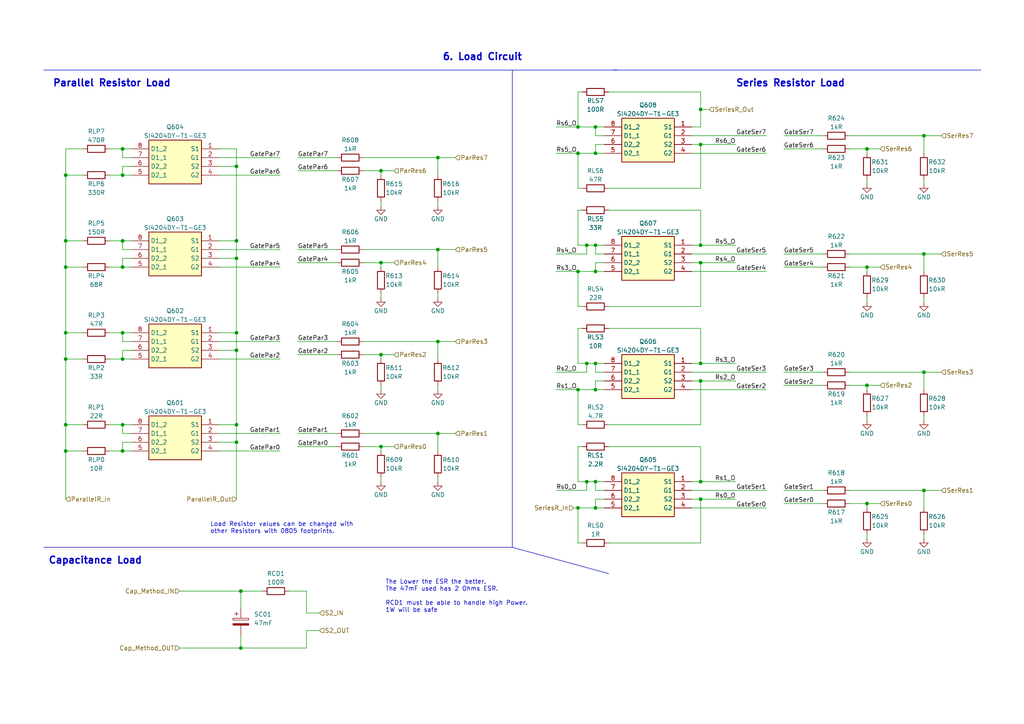
<source format=kicad_sch>
(kicad_sch (version 20230121) (generator eeschema)

  (uuid c18f2a83-4820-4aa1-830e-9c456640fdd6)

  (paper "A4")

  (title_block
    (title "Solar Curve Tracer")
    (rev "v1.1")
    (company "Thesis")
    (comment 1 "Author: Jason F J")
    (comment 2 "Matrk No: 3100513")
  )

  (lib_symbols
    (symbol "Device:C_Polarized" (pin_numbers hide) (pin_names (offset 0.254)) (in_bom yes) (on_board yes)
      (property "Reference" "C" (at 0.635 2.54 0)
        (effects (font (size 1.27 1.27)) (justify left))
      )
      (property "Value" "C_Polarized" (at 0.635 -2.54 0)
        (effects (font (size 1.27 1.27)) (justify left))
      )
      (property "Footprint" "" (at 0.9652 -3.81 0)
        (effects (font (size 1.27 1.27)) hide)
      )
      (property "Datasheet" "~" (at 0 0 0)
        (effects (font (size 1.27 1.27)) hide)
      )
      (property "ki_keywords" "cap capacitor" (at 0 0 0)
        (effects (font (size 1.27 1.27)) hide)
      )
      (property "ki_description" "Polarized capacitor" (at 0 0 0)
        (effects (font (size 1.27 1.27)) hide)
      )
      (property "ki_fp_filters" "CP_*" (at 0 0 0)
        (effects (font (size 1.27 1.27)) hide)
      )
      (symbol "C_Polarized_0_1"
        (rectangle (start -2.286 0.508) (end 2.286 1.016)
          (stroke (width 0) (type default))
          (fill (type none))
        )
        (polyline
          (pts
            (xy -1.778 2.286)
            (xy -0.762 2.286)
          )
          (stroke (width 0) (type default))
          (fill (type none))
        )
        (polyline
          (pts
            (xy -1.27 2.794)
            (xy -1.27 1.778)
          )
          (stroke (width 0) (type default))
          (fill (type none))
        )
        (rectangle (start 2.286 -0.508) (end -2.286 -1.016)
          (stroke (width 0) (type default))
          (fill (type outline))
        )
      )
      (symbol "C_Polarized_1_1"
        (pin passive line (at 0 3.81 270) (length 2.794)
          (name "~" (effects (font (size 1.27 1.27))))
          (number "1" (effects (font (size 1.27 1.27))))
        )
        (pin passive line (at 0 -3.81 90) (length 2.794)
          (name "~" (effects (font (size 1.27 1.27))))
          (number "2" (effects (font (size 1.27 1.27))))
        )
      )
    )
    (symbol "Device:R" (pin_numbers hide) (pin_names (offset 0)) (in_bom yes) (on_board yes)
      (property "Reference" "R" (at 2.032 0 90)
        (effects (font (size 1.27 1.27)))
      )
      (property "Value" "R" (at 0 0 90)
        (effects (font (size 1.27 1.27)))
      )
      (property "Footprint" "" (at -1.778 0 90)
        (effects (font (size 1.27 1.27)) hide)
      )
      (property "Datasheet" "~" (at 0 0 0)
        (effects (font (size 1.27 1.27)) hide)
      )
      (property "ki_keywords" "R res resistor" (at 0 0 0)
        (effects (font (size 1.27 1.27)) hide)
      )
      (property "ki_description" "Resistor" (at 0 0 0)
        (effects (font (size 1.27 1.27)) hide)
      )
      (property "ki_fp_filters" "R_*" (at 0 0 0)
        (effects (font (size 1.27 1.27)) hide)
      )
      (symbol "R_0_1"
        (rectangle (start -1.016 -2.54) (end 1.016 2.54)
          (stroke (width 0.254) (type default))
          (fill (type none))
        )
      )
      (symbol "R_1_1"
        (pin passive line (at 0 3.81 270) (length 1.27)
          (name "~" (effects (font (size 1.27 1.27))))
          (number "1" (effects (font (size 1.27 1.27))))
        )
        (pin passive line (at 0 -3.81 90) (length 1.27)
          (name "~" (effects (font (size 1.27 1.27))))
          (number "2" (effects (font (size 1.27 1.27))))
        )
      )
    )
    (symbol "SI4204DY-T1-GE3_1" (in_bom yes) (on_board yes)
      (property "Reference" "Q601" (at 3.81 7.62 0)
        (effects (font (size 1.27 1.27)))
      )
      (property "Value" "SI4204DY-T1-GE3" (at 3.81 5.08 0)
        (effects (font (size 1.27 1.27)))
      )
      (property "Footprint" "SI4204DY-T1-GE3:SOIC127P600X175-8N" (at 21.59 -94.92 0)
        (effects (font (size 1.27 1.27)) (justify left top) hide)
      )
      (property "Datasheet" "https://www.vishay.com/docs/65154/si4204dy.pdf" (at 21.59 -194.92 0)
        (effects (font (size 1.27 1.27)) (justify left top) hide)
      )
      (property "Height" "1.75" (at 21.59 -394.92 0)
        (effects (font (size 1.27 1.27)) (justify left top) hide)
      )
      (property "Mouser Part Number" "781-SI4204DY-T1-GE3" (at 21.59 -494.92 0)
        (effects (font (size 1.27 1.27)) (justify left top) hide)
      )
      (property "Mouser Price/Stock" "https://www.mouser.co.uk/ProductDetail/Vishay-Semiconductors/SI4204DY-T1-GE3?qs=WX95TUc1y56KMN7BzssOTA%3D%3D" (at 21.59 -594.92 0)
        (effects (font (size 1.27 1.27)) (justify left top) hide)
      )
      (property "Manufacturer_Name" "Vishay" (at 21.59 -694.92 0)
        (effects (font (size 1.27 1.27)) (justify left top) hide)
      )
      (property "Manufacturer_Part_Number" "SI4204DY-T1-GE3" (at 21.59 -794.92 0)
        (effects (font (size 1.27 1.27)) (justify left top) hide)
      )
      (property "ki_description" "Dual N-Ch MOSFET SO-8 BWL 20V 4.6mohm @" (at 0 0 0)
        (effects (font (size 1.27 1.27)) hide)
      )
      (symbol "SI4204DY-T1-GE3_1_1_1"
        (rectangle (start -3.81 3.81) (end 11.43 -8.89)
          (stroke (width 0.254) (type default))
          (fill (type background))
        )
        (pin passive line (at -8.89 1.27 0) (length 5.08)
          (name "S1" (effects (font (size 1.27 1.27))))
          (number "1" (effects (font (size 1.27 1.27))))
        )
        (pin passive line (at -8.89 -1.27 0) (length 5.08)
          (name "G1" (effects (font (size 1.27 1.27))))
          (number "2" (effects (font (size 1.27 1.27))))
        )
        (pin passive line (at -8.89 -3.81 0) (length 5.08)
          (name "S2" (effects (font (size 1.27 1.27))))
          (number "3" (effects (font (size 1.27 1.27))))
        )
        (pin passive line (at -8.89 -6.35 0) (length 5.08)
          (name "G2" (effects (font (size 1.27 1.27))))
          (number "4" (effects (font (size 1.27 1.27))))
        )
        (pin passive line (at 16.51 -6.35 180) (length 5.08)
          (name "D2_1" (effects (font (size 1.27 1.27))))
          (number "5" (effects (font (size 1.27 1.27))))
        )
        (pin passive line (at 16.51 -3.81 180) (length 5.08)
          (name "D2_2" (effects (font (size 1.27 1.27))))
          (number "6" (effects (font (size 1.27 1.27))))
        )
        (pin passive line (at 16.51 -1.27 180) (length 5.08)
          (name "D1_1" (effects (font (size 1.27 1.27))))
          (number "7" (effects (font (size 1.27 1.27))))
        )
        (pin passive line (at 16.51 1.27 180) (length 5.08)
          (name "D1_2" (effects (font (size 1.27 1.27))))
          (number "8" (effects (font (size 1.27 1.27))))
        )
      )
    )
    (symbol "power:GND" (power) (pin_names (offset 0)) (in_bom yes) (on_board yes)
      (property "Reference" "#PWR" (at 0 -6.35 0)
        (effects (font (size 1.27 1.27)) hide)
      )
      (property "Value" "GND" (at 0 -3.81 0)
        (effects (font (size 1.27 1.27)))
      )
      (property "Footprint" "" (at 0 0 0)
        (effects (font (size 1.27 1.27)) hide)
      )
      (property "Datasheet" "" (at 0 0 0)
        (effects (font (size 1.27 1.27)) hide)
      )
      (property "ki_keywords" "global power" (at 0 0 0)
        (effects (font (size 1.27 1.27)) hide)
      )
      (property "ki_description" "Power symbol creates a global label with name \"GND\" , ground" (at 0 0 0)
        (effects (font (size 1.27 1.27)) hide)
      )
      (symbol "GND_0_1"
        (polyline
          (pts
            (xy 0 0)
            (xy 0 -1.27)
            (xy 1.27 -1.27)
            (xy 0 -2.54)
            (xy -1.27 -1.27)
            (xy 0 -1.27)
          )
          (stroke (width 0) (type default))
          (fill (type none))
        )
      )
      (symbol "GND_1_1"
        (pin power_in line (at 0 0 270) (length 0) hide
          (name "GND" (effects (font (size 1.27 1.27))))
          (number "1" (effects (font (size 1.27 1.27))))
        )
      )
    )
  )

  (junction (at 172.72 44.45) (diameter 0) (color 0 0 0 0)
    (uuid 0455d552-e755-4f8c-b25e-1c37266adfd7)
  )
  (junction (at 203.2 76.2) (diameter 0) (color 0 0 0 0)
    (uuid 0898936c-544d-4feb-8fc0-97d84a6a70ab)
  )
  (junction (at 267.97 142.24) (diameter 0) (color 0 0 0 0)
    (uuid 0f836039-b9b0-4537-9ab7-ad7e34cf603e)
  )
  (junction (at 251.46 146.05) (diameter 0) (color 0 0 0 0)
    (uuid 135706d9-2171-4530-8444-ccaed9a05624)
  )
  (junction (at 110.49 102.87) (diameter 0) (color 0 0 0 0)
    (uuid 19d0ea36-a540-4b39-aaaf-420e684ef832)
  )
  (junction (at 19.05 69.85) (diameter 0) (color 0 0 0 0)
    (uuid 19eb5497-9bbc-4ccb-9f45-018c0e8375ab)
  )
  (junction (at 267.97 73.66) (diameter 0) (color 0 0 0 0)
    (uuid 1bc09826-4b95-4542-9fa2-f668eb3c2fec)
  )
  (junction (at 172.72 78.74) (diameter 0) (color 0 0 0 0)
    (uuid 1d732554-d5d4-4444-ac13-1caae35192fa)
  )
  (junction (at 68.58 128.27) (diameter 0) (color 0 0 0 0)
    (uuid 1e876e95-7cbe-4bb6-b1a9-c7de8302145c)
  )
  (junction (at 172.72 105.41) (diameter 0) (color 0 0 0 0)
    (uuid 25f805b8-5ad7-4342-801b-2d8ef427f550)
  )
  (junction (at 203.2 110.49) (diameter 0) (color 0 0 0 0)
    (uuid 28a0285e-4d39-4e7b-8a70-d04b63009370)
  )
  (junction (at 35.56 130.81) (diameter 0) (color 0 0 0 0)
    (uuid 2b30428c-7e71-40b3-a6c3-5315d397daf8)
  )
  (junction (at 251.46 111.76) (diameter 0) (color 0 0 0 0)
    (uuid 2d52e59a-4722-43d5-a697-5eceb22119d4)
  )
  (junction (at 172.72 113.03) (diameter 0) (color 0 0 0 0)
    (uuid 3b00a192-d5cc-4d4c-abf9-3b1631b35a9c)
  )
  (junction (at 267.97 39.37) (diameter 0) (color 0 0 0 0)
    (uuid 3dcc592a-6dd7-45ab-990f-dfb770b8e7a6)
  )
  (junction (at 172.72 139.7) (diameter 0) (color 0 0 0 0)
    (uuid 40b0c4fe-538a-4cf4-8eda-2723ea02a585)
  )
  (junction (at 267.97 107.95) (diameter 0) (color 0 0 0 0)
    (uuid 40cd52d6-2ad8-49f7-869d-f8cdbb8b544b)
  )
  (junction (at 68.58 74.93) (diameter 0) (color 0 0 0 0)
    (uuid 4a9890d2-6392-4f80-8fe7-348c9d10f4d9)
  )
  (junction (at 127 45.72) (diameter 0) (color 0 0 0 0)
    (uuid 4d3fe00f-0b07-4433-b649-5ef9ab532d4d)
  )
  (junction (at 167.64 36.83) (diameter 0) (color 0 0 0 0)
    (uuid 54c81be1-5457-46e8-aafb-0c9e02900c17)
  )
  (junction (at 127 125.73) (diameter 0) (color 0 0 0 0)
    (uuid 562b91be-ea47-4bec-a54a-88242d99c3b7)
  )
  (junction (at 172.72 147.32) (diameter 0) (color 0 0 0 0)
    (uuid 5c58edf0-90de-48a0-8737-05e99c3463d6)
  )
  (junction (at 69.85 187.96) (diameter 0) (color 0 0 0 0)
    (uuid 5cdffb45-3a15-4caa-bc31-72d1712c49ca)
  )
  (junction (at 35.56 77.47) (diameter 0) (color 0 0 0 0)
    (uuid 5ec3aa41-4e34-4a0f-8ebc-a24163d07f8c)
  )
  (junction (at 19.05 96.52) (diameter 0) (color 0 0 0 0)
    (uuid 60d080c1-c1e2-42ea-ba80-55a7532b17c1)
  )
  (junction (at 170.18 71.12) (diameter 0) (color 0 0 0 0)
    (uuid 675618a1-1e7a-45cd-861c-a946e87574d5)
  )
  (junction (at 110.49 129.54) (diameter 0) (color 0 0 0 0)
    (uuid 6aafdcbb-2cee-4e8f-9420-bcc37441f585)
  )
  (junction (at 35.56 50.8) (diameter 0) (color 0 0 0 0)
    (uuid 739713b6-ba11-4412-b986-41e43683489f)
  )
  (junction (at 170.18 105.41) (diameter 0) (color 0 0 0 0)
    (uuid 7454f802-11c3-40c4-98ee-a1ce4c59db70)
  )
  (junction (at 68.58 101.6) (diameter 0) (color 0 0 0 0)
    (uuid 77a20072-6d3b-4456-9306-44657e30ca37)
  )
  (junction (at 35.56 123.19) (diameter 0) (color 0 0 0 0)
    (uuid 7803c4dd-7cbe-4b98-be3f-f271287738f9)
  )
  (junction (at 127 72.39) (diameter 0) (color 0 0 0 0)
    (uuid 7c842855-dd2f-4d02-9168-769a3a1a9766)
  )
  (junction (at 68.58 123.19) (diameter 0) (color 0 0 0 0)
    (uuid 7ef92097-9412-48a0-8ab4-50e537c1b1f7)
  )
  (junction (at 167.64 44.45) (diameter 0) (color 0 0 0 0)
    (uuid 82c423c9-50d7-407c-ba0d-f49ff36e9187)
  )
  (junction (at 167.64 147.32) (diameter 0) (color 0 0 0 0)
    (uuid 83996889-bd85-408d-bd14-27e5cb0e3ad2)
  )
  (junction (at 68.58 96.52) (diameter 0) (color 0 0 0 0)
    (uuid 84f1b097-2d8a-4393-916e-16c2ec16516c)
  )
  (junction (at 172.72 36.83) (diameter 0) (color 0 0 0 0)
    (uuid 9549aecb-991c-4863-b12f-b1fba9e36479)
  )
  (junction (at 127 99.06) (diameter 0) (color 0 0 0 0)
    (uuid 9624f36c-4896-4874-b2d4-0df6023771cb)
  )
  (junction (at 69.85 171.45) (diameter 0) (color 0 0 0 0)
    (uuid 9b9f2a27-9ae7-445f-bee9-f1e54cb8a48b)
  )
  (junction (at 19.05 123.19) (diameter 0) (color 0 0 0 0)
    (uuid 9cb3a00c-3d04-4da1-bb52-6a37e72e4b97)
  )
  (junction (at 203.2 139.7) (diameter 0) (color 0 0 0 0)
    (uuid a0756899-083c-40e1-af48-ed6aad0dff17)
  )
  (junction (at 172.72 71.12) (diameter 0) (color 0 0 0 0)
    (uuid a491ece9-cce1-49bf-94b6-93d6d04cefb3)
  )
  (junction (at 251.46 77.47) (diameter 0) (color 0 0 0 0)
    (uuid a5aa3eac-0057-4951-b872-153bbe8cbbcf)
  )
  (junction (at 19.05 77.47) (diameter 0) (color 0 0 0 0)
    (uuid a7e90079-ff6d-41b0-8682-a906147f6354)
  )
  (junction (at 203.2 71.12) (diameter 0) (color 0 0 0 0)
    (uuid ac6f8828-9ac5-42b2-9917-0460ca1c1bbb)
  )
  (junction (at 251.46 43.18) (diameter 0) (color 0 0 0 0)
    (uuid b0cac91f-64f9-42ef-91eb-f639a45b1136)
  )
  (junction (at 167.64 113.03) (diameter 0) (color 0 0 0 0)
    (uuid b191b8dc-c4bb-4276-a26e-37bac3a832fb)
  )
  (junction (at 68.58 69.85) (diameter 0) (color 0 0 0 0)
    (uuid b2a2011c-6be8-495e-8a66-52f02c3ec574)
  )
  (junction (at 203.2 31.75) (diameter 0) (color 0 0 0 0)
    (uuid b4b78549-1c13-4420-90c9-190793c72877)
  )
  (junction (at 203.2 144.78) (diameter 0) (color 0 0 0 0)
    (uuid bfa87303-0bed-4b3d-adc5-9ddcf8a14325)
  )
  (junction (at 19.05 104.14) (diameter 0) (color 0 0 0 0)
    (uuid c320ec32-e89f-4bd6-8f0c-5b60efa1863d)
  )
  (junction (at 110.49 49.53) (diameter 0) (color 0 0 0 0)
    (uuid c80c84b4-c0da-492a-a5fc-647e52a05550)
  )
  (junction (at 167.64 78.74) (diameter 0) (color 0 0 0 0)
    (uuid c9aa241a-7e81-436f-ad4c-ceeb453e4121)
  )
  (junction (at 19.05 50.8) (diameter 0) (color 0 0 0 0)
    (uuid caa3b5d8-287a-4077-be3a-d4c4f367727c)
  )
  (junction (at 19.05 130.81) (diameter 0) (color 0 0 0 0)
    (uuid cbae05f3-d074-4afa-9062-70b29ff51102)
  )
  (junction (at 203.2 105.41) (diameter 0) (color 0 0 0 0)
    (uuid d40222e6-406b-4955-8876-97d248f7b014)
  )
  (junction (at 110.49 76.2) (diameter 0) (color 0 0 0 0)
    (uuid d4094517-1ebc-4252-bdd5-1034a5987532)
  )
  (junction (at 35.56 69.85) (diameter 0) (color 0 0 0 0)
    (uuid d73eb815-b84d-40d0-8a95-6c2656d15a5f)
  )
  (junction (at 35.56 96.52) (diameter 0) (color 0 0 0 0)
    (uuid e2857c7f-261a-4f51-9736-b07e25c882c5)
  )
  (junction (at 68.58 48.26) (diameter 0) (color 0 0 0 0)
    (uuid e3dc494b-9f63-4753-96c6-f05ac0cd7b81)
  )
  (junction (at 35.56 104.14) (diameter 0) (color 0 0 0 0)
    (uuid e44a4e52-30be-41d5-b084-8226abc0c002)
  )
  (junction (at 170.18 139.7) (diameter 0) (color 0 0 0 0)
    (uuid e47d7731-c68a-42e8-92d7-839c0c92d5a8)
  )
  (junction (at 35.56 43.18) (diameter 0) (color 0 0 0 0)
    (uuid e5ec211e-526d-4529-a22d-30b6c4a43716)
  )
  (junction (at 203.2 41.91) (diameter 0) (color 0 0 0 0)
    (uuid f4c561de-17a6-419e-bb44-f14255cfdf45)
  )

  (wire (pts (xy 172.72 78.74) (xy 167.64 78.74))
    (stroke (width 0) (type default))
    (uuid 01a6ec15-e97a-4677-bc1e-d30b03031bb3)
  )
  (wire (pts (xy 175.26 113.03) (xy 172.72 113.03))
    (stroke (width 0) (type default))
    (uuid 040c6a4c-7749-4722-b765-462092cf8c52)
  )
  (wire (pts (xy 267.97 107.95) (xy 267.97 113.03))
    (stroke (width 0) (type default))
    (uuid 072da835-a296-4555-947a-080728ae8064)
  )
  (wire (pts (xy 63.5 43.18) (xy 68.58 43.18))
    (stroke (width 0) (type default))
    (uuid 075050b0-0a91-4a73-bd57-acf7d96b0a4e)
  )
  (wire (pts (xy 251.46 154.94) (xy 251.46 156.21))
    (stroke (width 0) (type default))
    (uuid 084051fe-72c5-432e-8629-ab62920fe13b)
  )
  (wire (pts (xy 19.05 123.19) (xy 19.05 130.81))
    (stroke (width 0) (type default))
    (uuid 0842edd3-2540-4209-b952-7bb6c9a72f12)
  )
  (wire (pts (xy 63.5 125.73) (xy 81.28 125.73))
    (stroke (width 0) (type default))
    (uuid 0a5d384f-ae4a-45e5-baa4-ee3264afec4f)
  )
  (wire (pts (xy 68.58 74.93) (xy 68.58 96.52))
    (stroke (width 0) (type default))
    (uuid 0c45cdde-d5d8-4968-b0b7-5136da71a1b3)
  )
  (wire (pts (xy 110.49 49.53) (xy 114.3 49.53))
    (stroke (width 0) (type default))
    (uuid 0c616f62-5c9e-4824-a3d2-5823c09ecc19)
  )
  (wire (pts (xy 86.36 72.39) (xy 97.79 72.39))
    (stroke (width 0) (type default))
    (uuid 0f9d4f35-fb58-4c85-9174-f0b152866c36)
  )
  (wire (pts (xy 127 72.39) (xy 132.08 72.39))
    (stroke (width 0) (type default))
    (uuid 0ffe7b83-e4c2-4792-b6c0-08f8c51ba2df)
  )
  (wire (pts (xy 127 125.73) (xy 132.08 125.73))
    (stroke (width 0) (type default))
    (uuid 11031486-e751-4520-bd57-9b930dc0e0e0)
  )
  (wire (pts (xy 200.66 142.24) (xy 222.25 142.24))
    (stroke (width 0) (type default))
    (uuid 12f8d11c-a195-495b-a802-a6512c69f148)
  )
  (wire (pts (xy 63.5 77.47) (xy 81.28 77.47))
    (stroke (width 0) (type default))
    (uuid 13e322e8-4438-4b53-9c35-f994fd8e8607)
  )
  (wire (pts (xy 246.38 39.37) (xy 267.97 39.37))
    (stroke (width 0) (type default))
    (uuid 1524898e-7a9d-4ea9-9a74-f61772c9c466)
  )
  (wire (pts (xy 175.26 78.74) (xy 172.72 78.74))
    (stroke (width 0) (type default))
    (uuid 157c18a0-5946-4e85-9976-c49a78b6a6b4)
  )
  (wire (pts (xy 267.97 39.37) (xy 273.05 39.37))
    (stroke (width 0) (type default))
    (uuid 161b086a-2067-4802-959f-9ac0177399ac)
  )
  (wire (pts (xy 86.36 102.87) (xy 97.79 102.87))
    (stroke (width 0) (type default))
    (uuid 17652a17-1adb-4dbb-b571-d1f527f0a3d6)
  )
  (wire (pts (xy 200.66 110.49) (xy 203.2 110.49))
    (stroke (width 0) (type default))
    (uuid 180ab9a8-fe2f-475a-8157-fc5fd8d458fd)
  )
  (wire (pts (xy 176.53 95.25) (xy 203.2 95.25))
    (stroke (width 0) (type default))
    (uuid 188a89d3-76cb-4243-b490-6f76fee25182)
  )
  (wire (pts (xy 246.38 107.95) (xy 267.97 107.95))
    (stroke (width 0) (type default))
    (uuid 19d792b3-f17b-4a6c-b71b-cd1cece15451)
  )
  (wire (pts (xy 246.38 77.47) (xy 251.46 77.47))
    (stroke (width 0) (type default))
    (uuid 1c4b805f-b871-43ec-b9c0-855861be80f1)
  )
  (wire (pts (xy 176.53 157.48) (xy 203.2 157.48))
    (stroke (width 0) (type default))
    (uuid 1d0fc781-8c6c-43c3-b3ec-e7dacef7eb54)
  )
  (wire (pts (xy 19.05 104.14) (xy 19.05 123.19))
    (stroke (width 0) (type default))
    (uuid 1d9ec2af-b725-4eb8-86ce-e4096ca7f0ad)
  )
  (wire (pts (xy 38.1 45.72) (xy 35.56 45.72))
    (stroke (width 0) (type default))
    (uuid 1ff924b9-7014-49ad-bbbc-6e73f38fb008)
  )
  (wire (pts (xy 172.72 71.12) (xy 170.18 71.12))
    (stroke (width 0) (type default))
    (uuid 204c656b-46c8-4aa5-9a14-f2bc3e73ef7c)
  )
  (wire (pts (xy 35.56 50.8) (xy 35.56 48.26))
    (stroke (width 0) (type default))
    (uuid 20b6c561-cce0-40ae-a9de-7a8fbc7e3e4c)
  )
  (wire (pts (xy 35.56 48.26) (xy 38.1 48.26))
    (stroke (width 0) (type default))
    (uuid 20c99610-d024-438f-bad9-1ae5b8a95b7f)
  )
  (wire (pts (xy 172.72 44.45) (xy 167.64 44.45))
    (stroke (width 0) (type default))
    (uuid 21bcb688-f817-4b48-ad83-70abd4432d43)
  )
  (wire (pts (xy 267.97 107.95) (xy 273.05 107.95))
    (stroke (width 0) (type default))
    (uuid 22dc44b3-a3b3-4ddb-bc1a-b35249e5f26e)
  )
  (wire (pts (xy 200.66 139.7) (xy 203.2 139.7))
    (stroke (width 0) (type default))
    (uuid 22dfd5d8-dcbd-41c8-837f-d7ee24935d09)
  )
  (wire (pts (xy 167.64 88.9) (xy 168.91 88.9))
    (stroke (width 0) (type default))
    (uuid 23797f48-df5c-4d03-a4ae-9d3ab82889f9)
  )
  (wire (pts (xy 31.75 104.14) (xy 35.56 104.14))
    (stroke (width 0) (type default))
    (uuid 24ef48dd-a4df-4f35-a21f-b68c0b243131)
  )
  (wire (pts (xy 267.97 120.65) (xy 267.97 121.92))
    (stroke (width 0) (type default))
    (uuid 250f7be1-fbd2-442a-a56a-2e9e8b35d088)
  )
  (wire (pts (xy 175.26 105.41) (xy 172.72 105.41))
    (stroke (width 0) (type default))
    (uuid 25f90a8b-58f9-41e3-b6df-582854178928)
  )
  (wire (pts (xy 167.64 129.54) (xy 168.91 129.54))
    (stroke (width 0) (type default))
    (uuid 268f48f0-f11d-4753-9230-8240f145e9b7)
  )
  (wire (pts (xy 227.33 146.05) (xy 238.76 146.05))
    (stroke (width 0) (type default))
    (uuid 26fdae2c-cbbf-4f89-9948-03c983f5c57c)
  )
  (wire (pts (xy 200.66 107.95) (xy 222.25 107.95))
    (stroke (width 0) (type default))
    (uuid 2866bd2f-639a-4d6e-8797-2d1aed5543f4)
  )
  (wire (pts (xy 127 72.39) (xy 127 77.47))
    (stroke (width 0) (type default))
    (uuid 29a2d22f-9709-4370-9d12-806f3fdac77e)
  )
  (wire (pts (xy 31.75 96.52) (xy 35.56 96.52))
    (stroke (width 0) (type default))
    (uuid 29c2596d-62f1-46f0-95cb-45f726bf5bba)
  )
  (wire (pts (xy 172.72 105.41) (xy 172.72 107.95))
    (stroke (width 0) (type default))
    (uuid 29de384c-91da-4b9a-b559-da8bd790066f)
  )
  (wire (pts (xy 19.05 43.18) (xy 19.05 50.8))
    (stroke (width 0) (type default))
    (uuid 2a0400be-2e28-4b24-99d0-7dbcb55e9e5e)
  )
  (wire (pts (xy 110.49 76.2) (xy 114.3 76.2))
    (stroke (width 0) (type default))
    (uuid 2abb4494-4df6-48d9-a7f0-9ba8315c3706)
  )
  (wire (pts (xy 267.97 73.66) (xy 267.97 78.74))
    (stroke (width 0) (type default))
    (uuid 2ae4da6f-6970-4714-938f-a286e7df10bb)
  )
  (wire (pts (xy 35.56 130.81) (xy 35.56 128.27))
    (stroke (width 0) (type default))
    (uuid 2b0953d0-2447-4574-ac6c-b857d75db050)
  )
  (wire (pts (xy 19.05 123.19) (xy 24.13 123.19))
    (stroke (width 0) (type default))
    (uuid 2c55f5d3-fa1f-4de0-9784-200f183f6b01)
  )
  (wire (pts (xy 68.58 128.27) (xy 68.58 144.78))
    (stroke (width 0) (type default))
    (uuid 2d5daa3d-006d-4107-bf61-76c26f324fb8)
  )
  (wire (pts (xy 176.53 60.96) (xy 203.2 60.96))
    (stroke (width 0) (type default))
    (uuid 2da53c96-bf86-4e21-9e99-21ddcdab68a9)
  )
  (wire (pts (xy 110.49 129.54) (xy 110.49 130.81))
    (stroke (width 0) (type default))
    (uuid 2e5a8e56-e645-4905-9367-3f2e5d7cc9c4)
  )
  (wire (pts (xy 161.29 73.66) (xy 170.18 73.66))
    (stroke (width 0) (type default))
    (uuid 316c3cf7-11c2-4ac6-938f-adad03d8244e)
  )
  (wire (pts (xy 203.2 60.96) (xy 203.2 71.12))
    (stroke (width 0) (type default))
    (uuid 31934c47-d3e5-471e-af6c-6e75e95631c6)
  )
  (wire (pts (xy 35.56 123.19) (xy 38.1 123.19))
    (stroke (width 0) (type default))
    (uuid 31c37431-b316-47ac-b3a1-03afe83934af)
  )
  (wire (pts (xy 167.64 123.19) (xy 168.91 123.19))
    (stroke (width 0) (type default))
    (uuid 3476ce70-6df6-425a-b418-b3b8a2889b5d)
  )
  (wire (pts (xy 110.49 138.43) (xy 110.49 139.7))
    (stroke (width 0) (type default))
    (uuid 35b484cb-939f-4925-ac62-b5524c62cc3a)
  )
  (wire (pts (xy 63.5 50.8) (xy 81.28 50.8))
    (stroke (width 0) (type default))
    (uuid 36a78a76-b012-4f80-af75-14007274ee3e)
  )
  (wire (pts (xy 110.49 129.54) (xy 114.3 129.54))
    (stroke (width 0) (type default))
    (uuid 36b1f2d9-2ffc-43d1-bfba-9ab725f11ca6)
  )
  (wire (pts (xy 105.41 49.53) (xy 110.49 49.53))
    (stroke (width 0) (type default))
    (uuid 378ceadf-af29-4331-b362-3c5e6318f739)
  )
  (wire (pts (xy 161.29 36.83) (xy 167.64 36.83))
    (stroke (width 0) (type default))
    (uuid 37ce260d-8972-4fdd-b18a-33c008abeb7a)
  )
  (wire (pts (xy 38.1 130.81) (xy 35.56 130.81))
    (stroke (width 0) (type default))
    (uuid 39f4511c-6640-4e71-8adc-300be0fc69b6)
  )
  (wire (pts (xy 176.53 123.19) (xy 203.2 123.19))
    (stroke (width 0) (type default))
    (uuid 3b0942dd-9e96-4a7a-bc64-8496d7b13599)
  )
  (wire (pts (xy 127 45.72) (xy 132.08 45.72))
    (stroke (width 0) (type default))
    (uuid 3bd6d707-f834-4c32-baf1-0cc45c2d2cbf)
  )
  (wire (pts (xy 110.49 58.42) (xy 110.49 59.69))
    (stroke (width 0) (type default))
    (uuid 3c3177ba-0a73-4797-a536-fb4863278cf6)
  )
  (wire (pts (xy 200.66 147.32) (xy 222.25 147.32))
    (stroke (width 0) (type default))
    (uuid 3c442935-9259-4bd2-a4bb-931134cee36d)
  )
  (wire (pts (xy 172.72 76.2) (xy 172.72 78.74))
    (stroke (width 0) (type default))
    (uuid 3c730dc7-6817-40b8-987b-81b8ea201a70)
  )
  (wire (pts (xy 105.41 99.06) (xy 127 99.06))
    (stroke (width 0) (type default))
    (uuid 3e16cb12-cd4f-4865-b697-423a181f1761)
  )
  (wire (pts (xy 110.49 76.2) (xy 110.49 77.47))
    (stroke (width 0) (type default))
    (uuid 3e655757-4a05-45d4-89a3-35ed8aa90e37)
  )
  (wire (pts (xy 227.33 142.24) (xy 238.76 142.24))
    (stroke (width 0) (type default))
    (uuid 3f6b2625-351e-4b4c-b463-01b70dc00ade)
  )
  (wire (pts (xy 203.2 105.41) (xy 213.36 105.41))
    (stroke (width 0) (type default))
    (uuid 3f83dba9-7fa2-4286-83b0-0bffc9b574f7)
  )
  (wire (pts (xy 161.29 44.45) (xy 167.64 44.45))
    (stroke (width 0) (type default))
    (uuid 3fdc72fb-ea94-440d-89ab-30116d630755)
  )
  (wire (pts (xy 68.58 101.6) (xy 63.5 101.6))
    (stroke (width 0) (type default))
    (uuid 4577ea4b-c2d6-4200-9781-8d8a6e47fde9)
  )
  (wire (pts (xy 246.38 43.18) (xy 251.46 43.18))
    (stroke (width 0) (type default))
    (uuid 45b5bb76-2d25-4297-bc2a-ed078b44cee3)
  )
  (wire (pts (xy 200.66 76.2) (xy 203.2 76.2))
    (stroke (width 0) (type default))
    (uuid 467437a9-59bf-4d8a-ab95-2c5e52e41722)
  )
  (wire (pts (xy 175.26 73.66) (xy 172.72 73.66))
    (stroke (width 0) (type default))
    (uuid 48b4419c-95d6-4e96-9488-b45d60726dea)
  )
  (wire (pts (xy 267.97 39.37) (xy 267.97 44.45))
    (stroke (width 0) (type default))
    (uuid 491c967b-b1cb-4a09-8442-15a96006690c)
  )
  (wire (pts (xy 19.05 104.14) (xy 24.13 104.14))
    (stroke (width 0) (type default))
    (uuid 4ad6fd49-f065-41c8-8fcb-95396210e5b5)
  )
  (wire (pts (xy 175.26 107.95) (xy 172.72 107.95))
    (stroke (width 0) (type default))
    (uuid 4c2002ba-cc30-4ecb-a9a5-81250a5c9a47)
  )
  (wire (pts (xy 35.56 99.06) (xy 35.56 96.52))
    (stroke (width 0) (type default))
    (uuid 4ccbc565-5322-44c2-a776-381c6ca54fc7)
  )
  (wire (pts (xy 251.46 43.18) (xy 251.46 44.45))
    (stroke (width 0) (type default))
    (uuid 4d8960c2-cc3e-46bd-a735-319fe297c4db)
  )
  (wire (pts (xy 110.49 85.09) (xy 110.49 86.36))
    (stroke (width 0) (type default))
    (uuid 4e1c15c1-5e63-4bf7-9691-0696ec097a76)
  )
  (wire (pts (xy 161.29 78.74) (xy 167.64 78.74))
    (stroke (width 0) (type default))
    (uuid 4e8215aa-b7d4-4c64-a008-3892c08de3cf)
  )
  (wire (pts (xy 203.2 95.25) (xy 203.2 105.41))
    (stroke (width 0) (type default))
    (uuid 4ea96240-b2a8-45d1-8f53-f5fb443080ab)
  )
  (wire (pts (xy 200.66 36.83) (xy 203.2 36.83))
    (stroke (width 0) (type default))
    (uuid 4f4d53f3-aec7-433a-9098-062e85233acf)
  )
  (wire (pts (xy 127 85.09) (xy 127 86.36))
    (stroke (width 0) (type default))
    (uuid 4faf4d3e-ea48-4344-85b8-cf6bbcc3b8bd)
  )
  (wire (pts (xy 63.5 104.14) (xy 81.28 104.14))
    (stroke (width 0) (type default))
    (uuid 57b09d85-a17d-4cf8-9ecd-a543e9bd9d7b)
  )
  (wire (pts (xy 127 99.06) (xy 127 104.14))
    (stroke (width 0) (type default))
    (uuid 58137166-012b-4c42-8b63-b117567fb5fd)
  )
  (wire (pts (xy 161.29 113.03) (xy 167.64 113.03))
    (stroke (width 0) (type default))
    (uuid 58aac8c5-1bca-4b09-b8de-7910c989d758)
  )
  (wire (pts (xy 88.9 177.8) (xy 92.71 177.8))
    (stroke (width 0) (type default))
    (uuid 5af87769-23f2-4ecf-ac1e-b10040043f41)
  )
  (wire (pts (xy 251.46 120.65) (xy 251.46 121.92))
    (stroke (width 0) (type default))
    (uuid 5b4d1e0b-dc92-41e2-b4b9-bcb05a56416f)
  )
  (wire (pts (xy 127 125.73) (xy 127 130.81))
    (stroke (width 0) (type default))
    (uuid 5c6459bb-c51a-4710-85d8-cea4c550a7ee)
  )
  (wire (pts (xy 172.72 139.7) (xy 172.72 142.24))
    (stroke (width 0) (type default))
    (uuid 5e354442-9d34-42e1-91d4-a749c872ce56)
  )
  (wire (pts (xy 19.05 43.18) (xy 24.13 43.18))
    (stroke (width 0) (type default))
    (uuid 5f2c7947-41bc-41cf-aef9-80a2e3209818)
  )
  (wire (pts (xy 167.64 78.74) (xy 167.64 88.9))
    (stroke (width 0) (type default))
    (uuid 5f302939-cad0-4d63-8627-612ff1d1c25a)
  )
  (wire (pts (xy 105.41 102.87) (xy 110.49 102.87))
    (stroke (width 0) (type default))
    (uuid 5f313601-1c9c-40ea-af57-afb85d1eb8c5)
  )
  (wire (pts (xy 267.97 52.07) (xy 267.97 53.34))
    (stroke (width 0) (type default))
    (uuid 5f4d93d7-cbba-4887-babf-e1f2138aed9e)
  )
  (wire (pts (xy 88.9 171.45) (xy 83.82 171.45))
    (stroke (width 0) (type default))
    (uuid 5fad7727-084a-41fe-8835-df26296edb45)
  )
  (wire (pts (xy 200.66 73.66) (xy 222.25 73.66))
    (stroke (width 0) (type default))
    (uuid 60f66a65-1130-4cd6-a00e-ddba5ef2e1c5)
  )
  (wire (pts (xy 176.53 26.67) (xy 203.2 26.67))
    (stroke (width 0) (type default))
    (uuid 6113e4dc-71ac-45b0-904f-b061527ee73f)
  )
  (wire (pts (xy 251.46 146.05) (xy 251.46 147.32))
    (stroke (width 0) (type default))
    (uuid 618fc519-4b4a-4e8b-ba13-ff4410b09a1d)
  )
  (wire (pts (xy 68.58 48.26) (xy 63.5 48.26))
    (stroke (width 0) (type default))
    (uuid 62930c7e-7964-446d-8c51-a124e2713e05)
  )
  (wire (pts (xy 200.66 39.37) (xy 222.25 39.37))
    (stroke (width 0) (type default))
    (uuid 650af7d3-73ce-4b82-9eaa-cc7367f51dbc)
  )
  (wire (pts (xy 172.72 110.49) (xy 172.72 113.03))
    (stroke (width 0) (type default))
    (uuid 65f0e3b0-b0bb-4cbc-9918-10356ec4f2cc)
  )
  (wire (pts (xy 176.53 88.9) (xy 203.2 88.9))
    (stroke (width 0) (type default))
    (uuid 665c51d6-cd12-4195-9ae8-fc144db64487)
  )
  (wire (pts (xy 176.53 54.61) (xy 203.2 54.61))
    (stroke (width 0) (type default))
    (uuid 665dbeb5-ceca-4d64-a73e-0ffe57ad901d)
  )
  (wire (pts (xy 203.2 71.12) (xy 213.36 71.12))
    (stroke (width 0) (type default))
    (uuid 668c02ca-44a2-43f1-a1be-c359b0c2dfdf)
  )
  (wire (pts (xy 127 45.72) (xy 127 50.8))
    (stroke (width 0) (type default))
    (uuid 681060e1-7885-4d9e-bee9-f6460aaab9e5)
  )
  (wire (pts (xy 251.46 86.36) (xy 251.46 87.63))
    (stroke (width 0) (type default))
    (uuid 68a5daf7-4d4b-4213-af06-5b77105f9c28)
  )
  (wire (pts (xy 175.26 142.24) (xy 172.72 142.24))
    (stroke (width 0) (type default))
    (uuid 691f5270-c28f-470c-b051-2b8917369844)
  )
  (wire (pts (xy 19.05 69.85) (xy 24.13 69.85))
    (stroke (width 0) (type default))
    (uuid 69454ad7-18a7-4b6f-afcc-0bab691f8c9a)
  )
  (wire (pts (xy 35.56 43.18) (xy 31.75 43.18))
    (stroke (width 0) (type default))
    (uuid 6beb8a19-025c-4901-8263-3fbe13a7faaa)
  )
  (wire (pts (xy 31.75 77.47) (xy 35.56 77.47))
    (stroke (width 0) (type default))
    (uuid 6ca3ac10-c395-472d-9338-e13c1f427c10)
  )
  (wire (pts (xy 86.36 76.2) (xy 97.79 76.2))
    (stroke (width 0) (type default))
    (uuid 6dcda260-9de7-4f85-9d38-6def54e50a08)
  )
  (wire (pts (xy 19.05 96.52) (xy 24.13 96.52))
    (stroke (width 0) (type default))
    (uuid 6dff6111-8c73-405e-970b-9e3db3575ec7)
  )
  (wire (pts (xy 38.1 128.27) (xy 35.56 128.27))
    (stroke (width 0) (type default))
    (uuid 6e3782a7-d8eb-4928-b7f3-fb95540db5cd)
  )
  (wire (pts (xy 176.53 129.54) (xy 203.2 129.54))
    (stroke (width 0) (type default))
    (uuid 71c5b686-144d-47d7-98d0-9b87287b301e)
  )
  (wire (pts (xy 110.49 49.53) (xy 110.49 50.8))
    (stroke (width 0) (type default))
    (uuid 721ae237-b53f-4fde-97b4-e17284899c5b)
  )
  (wire (pts (xy 167.64 147.32) (xy 167.64 157.48))
    (stroke (width 0) (type default))
    (uuid 74f0ded6-80b7-4590-b287-09718a4d86d3)
  )
  (wire (pts (xy 161.29 107.95) (xy 170.18 107.95))
    (stroke (width 0) (type default))
    (uuid 75ff6d04-ffb6-427c-8e74-ef8e95ab1c49)
  )
  (wire (pts (xy 203.2 41.91) (xy 203.2 54.61))
    (stroke (width 0) (type default))
    (uuid 76e26c2c-c24a-4793-9009-c0fc6fc3adc9)
  )
  (wire (pts (xy 172.72 139.7) (xy 170.18 139.7))
    (stroke (width 0) (type default))
    (uuid 77ae4e93-b163-4dc4-90c8-22ce8084b0d2)
  )
  (wire (pts (xy 69.85 184.15) (xy 69.85 187.96))
    (stroke (width 0) (type default))
    (uuid 77cac07c-6db6-4ad0-9c1d-dc45040501d5)
  )
  (wire (pts (xy 246.38 73.66) (xy 267.97 73.66))
    (stroke (width 0) (type default))
    (uuid 79582b70-e2f8-41e2-8e36-080b91e60123)
  )
  (wire (pts (xy 38.1 50.8) (xy 35.56 50.8))
    (stroke (width 0) (type default))
    (uuid 7a56fd6a-0b18-41cf-8b31-bd68b7ed7d3d)
  )
  (wire (pts (xy 203.2 144.78) (xy 203.2 157.48))
    (stroke (width 0) (type default))
    (uuid 7c507560-9b7f-415e-b7b2-e1b61ad80aa6)
  )
  (wire (pts (xy 175.26 39.37) (xy 172.72 39.37))
    (stroke (width 0) (type default))
    (uuid 7c71af60-9a9a-4a25-8f80-b41aa1df3d47)
  )
  (wire (pts (xy 203.2 41.91) (xy 213.36 41.91))
    (stroke (width 0) (type default))
    (uuid 7d04d312-0639-4bfd-bfd5-e8c1bb6a9a02)
  )
  (wire (pts (xy 267.97 86.36) (xy 267.97 87.63))
    (stroke (width 0) (type default))
    (uuid 7d1e2432-bf64-4112-b5b5-f548067aadd7)
  )
  (wire (pts (xy 167.64 139.7) (xy 167.64 129.54))
    (stroke (width 0) (type default))
    (uuid 7d3e3caf-da6c-4bc2-a9dd-1b4191ded64f)
  )
  (wire (pts (xy 170.18 139.7) (xy 167.64 139.7))
    (stroke (width 0) (type default))
    (uuid 7e7ebbb4-7b03-4d7d-b306-8539e9b2098e)
  )
  (wire (pts (xy 251.46 146.05) (xy 255.27 146.05))
    (stroke (width 0) (type default))
    (uuid 7f18c18b-1d16-497e-98ad-a2c1f1e7ff8c)
  )
  (wire (pts (xy 175.26 144.78) (xy 172.72 144.78))
    (stroke (width 0) (type default))
    (uuid 81c468c7-a24e-40d4-aa40-c919388a3d0c)
  )
  (wire (pts (xy 200.66 41.91) (xy 203.2 41.91))
    (stroke (width 0) (type default))
    (uuid 81c62d7a-e5dc-4bb9-b722-0482c52599b1)
  )
  (wire (pts (xy 172.72 147.32) (xy 167.64 147.32))
    (stroke (width 0) (type default))
    (uuid 830c37f3-2715-422a-8aa8-c5f35a3d50dc)
  )
  (wire (pts (xy 227.33 77.47) (xy 238.76 77.47))
    (stroke (width 0) (type default))
    (uuid 844e95ad-2123-4992-a8ca-14ad605a6db6)
  )
  (wire (pts (xy 172.72 36.83) (xy 172.72 39.37))
    (stroke (width 0) (type default))
    (uuid 84607caf-116a-458c-b5e2-156fe5c0aa22)
  )
  (wire (pts (xy 267.97 73.66) (xy 273.05 73.66))
    (stroke (width 0) (type default))
    (uuid 84e3a70a-27ff-4a63-98fe-c483d2f029a2)
  )
  (wire (pts (xy 246.38 111.76) (xy 251.46 111.76))
    (stroke (width 0) (type default))
    (uuid 85c0435c-94e4-42e4-9321-cd165a5b9655)
  )
  (wire (pts (xy 19.05 130.81) (xy 19.05 144.78))
    (stroke (width 0) (type default))
    (uuid 85d0c305-94ed-4935-9b8b-45b828351cb0)
  )
  (polyline (pts (xy 12.7 20.32) (xy 284.48 20.32))
    (stroke (width 0) (type default))
    (uuid 8712a45a-d632-4abf-baa6-612b31da3906)
  )

  (wire (pts (xy 175.26 41.91) (xy 172.72 41.91))
    (stroke (width 0) (type default))
    (uuid 87558153-90f9-46d5-aba5-567b8120a706)
  )
  (wire (pts (xy 246.38 146.05) (xy 251.46 146.05))
    (stroke (width 0) (type default))
    (uuid 88a05095-16e1-4b24-b388-aad9d084b942)
  )
  (wire (pts (xy 175.26 110.49) (xy 172.72 110.49))
    (stroke (width 0) (type default))
    (uuid 88b2799e-7ccf-4576-abab-565fb306dd72)
  )
  (wire (pts (xy 31.75 50.8) (xy 35.56 50.8))
    (stroke (width 0) (type default))
    (uuid 8c8763a9-4c42-4580-9613-f00a2fd53c83)
  )
  (wire (pts (xy 170.18 71.12) (xy 167.64 71.12))
    (stroke (width 0) (type default))
    (uuid 8cd06d27-f44a-4959-9c25-dd4a3ebeb188)
  )
  (wire (pts (xy 167.64 44.45) (xy 167.64 54.61))
    (stroke (width 0) (type default))
    (uuid 8d1a0605-6a2c-4099-b929-40546b7629c6)
  )
  (wire (pts (xy 127 111.76) (xy 127 113.03))
    (stroke (width 0) (type default))
    (uuid 8e72d91f-dadc-4e7b-9d44-594b45decf77)
  )
  (wire (pts (xy 38.1 125.73) (xy 35.56 125.73))
    (stroke (width 0) (type default))
    (uuid 8f8bbd75-be21-43a9-b64f-1127b8b8a22e)
  )
  (wire (pts (xy 167.64 113.03) (xy 167.64 123.19))
    (stroke (width 0) (type default))
    (uuid 907bf262-0f13-484b-b7a7-023f9c39268e)
  )
  (wire (pts (xy 167.64 26.67) (xy 168.91 26.67))
    (stroke (width 0) (type default))
    (uuid 919108ba-710e-4fff-925a-13fe48337362)
  )
  (wire (pts (xy 88.9 182.88) (xy 92.71 182.88))
    (stroke (width 0) (type default))
    (uuid 92b2a578-e9b5-49d8-98d5-8688993b3f90)
  )
  (wire (pts (xy 200.66 78.74) (xy 222.25 78.74))
    (stroke (width 0) (type default))
    (uuid 933cf745-0c22-4f02-aeca-b1b9eb57e57c)
  )
  (wire (pts (xy 86.36 99.06) (xy 97.79 99.06))
    (stroke (width 0) (type default))
    (uuid 9372b876-4e8f-4ab6-8371-f848f78a821e)
  )
  (wire (pts (xy 63.5 123.19) (xy 68.58 123.19))
    (stroke (width 0) (type default))
    (uuid 937dd73e-ed8e-4c88-81cd-5c62cde1fa11)
  )
  (wire (pts (xy 19.05 50.8) (xy 19.05 69.85))
    (stroke (width 0) (type default))
    (uuid 9515d121-4d9f-4800-8b9f-eb94fd1ee0ab)
  )
  (wire (pts (xy 251.46 111.76) (xy 251.46 113.03))
    (stroke (width 0) (type default))
    (uuid 95278fd2-3f60-4b4a-aa2a-e89de2b5714a)
  )
  (wire (pts (xy 38.1 104.14) (xy 35.56 104.14))
    (stroke (width 0) (type default))
    (uuid 95d7e0b6-fa0f-492a-bd3b-07a637729a61)
  )
  (wire (pts (xy 267.97 154.94) (xy 267.97 156.21))
    (stroke (width 0) (type default))
    (uuid 9608eb57-eb99-4d62-96e1-5b2c97c5f724)
  )
  (wire (pts (xy 203.2 26.67) (xy 203.2 31.75))
    (stroke (width 0) (type default))
    (uuid 976a7dfd-bbf7-4db6-80e9-817935956f3c)
  )
  (wire (pts (xy 38.1 99.06) (xy 35.56 99.06))
    (stroke (width 0) (type default))
    (uuid 977e26a0-20e7-47ff-be43-8a8ed8f56f97)
  )
  (wire (pts (xy 167.64 105.41) (xy 167.64 95.25))
    (stroke (width 0) (type default))
    (uuid 98b73533-ec06-4316-8cce-d2f7475af2f4)
  )
  (wire (pts (xy 127 138.43) (xy 127 139.7))
    (stroke (width 0) (type default))
    (uuid 9916881c-3952-47c9-bae0-6095b6776a3a)
  )
  (wire (pts (xy 172.72 105.41) (xy 170.18 105.41))
    (stroke (width 0) (type default))
    (uuid 99540196-70a5-4c67-90b4-e7ba435c9546)
  )
  (wire (pts (xy 38.1 77.47) (xy 35.56 77.47))
    (stroke (width 0) (type default))
    (uuid 9af3420d-69a1-489e-893d-78e0c90a45ca)
  )
  (wire (pts (xy 203.2 31.75) (xy 205.74 31.75))
    (stroke (width 0) (type default))
    (uuid 9b98a327-9e04-4704-a3b6-e135e006f1f9)
  )
  (wire (pts (xy 19.05 77.47) (xy 19.05 96.52))
    (stroke (width 0) (type default))
    (uuid 9cba139a-6d83-4858-9d58-c7c04dbaa156)
  )
  (wire (pts (xy 172.72 71.12) (xy 172.72 73.66))
    (stroke (width 0) (type default))
    (uuid 9dc95bbc-9472-41fb-a0d3-91e5d0f5614c)
  )
  (wire (pts (xy 227.33 43.18) (xy 238.76 43.18))
    (stroke (width 0) (type default))
    (uuid 9f9558c8-4c90-4107-890f-40b30d01c84c)
  )
  (wire (pts (xy 35.56 72.39) (xy 35.56 69.85))
    (stroke (width 0) (type default))
    (uuid 9fea4a94-c606-4e5a-8358-67b2ac3c2ef8)
  )
  (wire (pts (xy 172.72 113.03) (xy 167.64 113.03))
    (stroke (width 0) (type default))
    (uuid a007f102-1a57-4e53-96bb-fa380951972d)
  )
  (wire (pts (xy 63.5 69.85) (xy 68.58 69.85))
    (stroke (width 0) (type default))
    (uuid a1a4d4fe-134f-4d61-bcd2-03826ea41816)
  )
  (wire (pts (xy 251.46 77.47) (xy 251.46 78.74))
    (stroke (width 0) (type default))
    (uuid a1f572a1-2303-4cab-a07c-bc1e905ad009)
  )
  (wire (pts (xy 68.58 43.18) (xy 68.58 48.26))
    (stroke (width 0) (type default))
    (uuid a1f75248-a047-4eb1-8cb8-0b04c11c78dc)
  )
  (wire (pts (xy 251.46 52.07) (xy 251.46 53.34))
    (stroke (width 0) (type default))
    (uuid a2db3eda-6d86-4f85-96ff-2a990c625cc4)
  )
  (wire (pts (xy 86.36 129.54) (xy 97.79 129.54))
    (stroke (width 0) (type default))
    (uuid a43096c5-3ae4-4397-96ab-8e559c84dede)
  )
  (wire (pts (xy 203.2 110.49) (xy 203.2 123.19))
    (stroke (width 0) (type default))
    (uuid a74d178d-a5ee-42fb-af35-baeb34690d82)
  )
  (wire (pts (xy 110.49 111.76) (xy 110.49 113.03))
    (stroke (width 0) (type default))
    (uuid a7c8c133-3f67-48bb-bc35-469ab87b5a01)
  )
  (wire (pts (xy 35.56 77.47) (xy 35.56 74.93))
    (stroke (width 0) (type default))
    (uuid a7eb72ee-5535-4117-b787-3317b797318f)
  )
  (wire (pts (xy 203.2 144.78) (xy 213.36 144.78))
    (stroke (width 0) (type default))
    (uuid a8b8fe0b-9a8a-4069-a5d3-0df11c6c6f32)
  )
  (wire (pts (xy 172.72 144.78) (xy 172.72 147.32))
    (stroke (width 0) (type default))
    (uuid ae9f55d2-5880-4df1-b653-b4d420cd3290)
  )
  (wire (pts (xy 68.58 101.6) (xy 68.58 123.19))
    (stroke (width 0) (type default))
    (uuid afb04641-56f7-4c04-9388-971c66bf2de4)
  )
  (wire (pts (xy 170.18 105.41) (xy 167.64 105.41))
    (stroke (width 0) (type default))
    (uuid b0c1947c-81de-4f00-9ddd-601ccdcb29b4)
  )
  (wire (pts (xy 203.2 110.49) (xy 213.36 110.49))
    (stroke (width 0) (type default))
    (uuid b2e6a01d-ba45-4dac-9e8b-dc4b1b26f254)
  )
  (wire (pts (xy 127 58.42) (xy 127 59.69))
    (stroke (width 0) (type default))
    (uuid b2ed3070-4e64-42a2-a036-5d2a415e4b16)
  )
  (wire (pts (xy 63.5 99.06) (xy 81.28 99.06))
    (stroke (width 0) (type default))
    (uuid b350c2ec-08bd-47a9-ab0c-724a1b264139)
  )
  (wire (pts (xy 35.56 96.52) (xy 38.1 96.52))
    (stroke (width 0) (type default))
    (uuid b37c367f-30b7-41bc-9dea-245955b3c884)
  )
  (wire (pts (xy 175.26 36.83) (xy 172.72 36.83))
    (stroke (width 0) (type default))
    (uuid b405707e-6167-4920-b294-a21d2c28e1d4)
  )
  (wire (pts (xy 167.64 71.12) (xy 167.64 60.96))
    (stroke (width 0) (type default))
    (uuid b5fbd520-7163-42c4-93f7-992f3568f7ce)
  )
  (wire (pts (xy 68.58 123.19) (xy 68.58 128.27))
    (stroke (width 0) (type default))
    (uuid b60e05ed-352e-4b82-884c-7358f1bba16d)
  )
  (polyline (pts (xy 179.07 20.32) (xy 177.8 20.32))
    (stroke (width 0) (type default))
    (uuid b6b039ae-c6b6-4f52-b4a6-a3f0faf4a334)
  )

  (wire (pts (xy 69.85 171.45) (xy 76.2 171.45))
    (stroke (width 0) (type default))
    (uuid b7449c63-ca72-4a61-bb8c-94b0814e55b1)
  )
  (wire (pts (xy 63.5 130.81) (xy 81.28 130.81))
    (stroke (width 0) (type default))
    (uuid b7ae8818-950b-4b95-90e6-cc0a4cd0f611)
  )
  (wire (pts (xy 110.49 102.87) (xy 114.3 102.87))
    (stroke (width 0) (type default))
    (uuid b898ffb5-1a91-4865-a17e-be390ee7ab77)
  )
  (wire (pts (xy 52.07 171.45) (xy 69.85 171.45))
    (stroke (width 0) (type default))
    (uuid b92108fc-d99a-436d-b4dd-3f8fbfedb59a)
  )
  (wire (pts (xy 167.64 36.83) (xy 172.72 36.83))
    (stroke (width 0) (type default))
    (uuid b9ed5911-47f3-448b-a4de-5c7e2fdb1b1d)
  )
  (wire (pts (xy 175.26 147.32) (xy 172.72 147.32))
    (stroke (width 0) (type default))
    (uuid ba90273e-d030-42cd-8377-613eedd794d7)
  )
  (wire (pts (xy 267.97 142.24) (xy 273.05 142.24))
    (stroke (width 0) (type default))
    (uuid bcad442f-c2a2-49d4-a687-d6999c46b6c6)
  )
  (polyline (pts (xy 148.59 158.75) (xy 176.53 166.37))
    (stroke (width 0) (type default))
    (uuid bf34d7fb-2843-4783-bf10-29cc5ace7b85)
  )

  (wire (pts (xy 63.5 96.52) (xy 68.58 96.52))
    (stroke (width 0) (type default))
    (uuid c1078a25-f36c-4eb6-9b4d-e034ee5e0a40)
  )
  (wire (pts (xy 52.07 187.96) (xy 69.85 187.96))
    (stroke (width 0) (type default))
    (uuid c151fcfa-a2c6-4675-9c31-1f9e858fc9d0)
  )
  (wire (pts (xy 35.56 74.93) (xy 38.1 74.93))
    (stroke (width 0) (type default))
    (uuid c210c26b-f343-4ae2-ae45-50eff46e8414)
  )
  (wire (pts (xy 200.66 144.78) (xy 203.2 144.78))
    (stroke (width 0) (type default))
    (uuid c272519b-f27f-44d4-94e5-c24c0d09284a)
  )
  (wire (pts (xy 31.75 69.85) (xy 35.56 69.85))
    (stroke (width 0) (type default))
    (uuid c2856e16-fb74-45ac-a2d5-0c5398e250bd)
  )
  (wire (pts (xy 170.18 107.95) (xy 170.18 105.41))
    (stroke (width 0) (type default))
    (uuid c4daf114-d584-4372-911d-830a44f8b4b2)
  )
  (wire (pts (xy 19.05 50.8) (xy 24.13 50.8))
    (stroke (width 0) (type default))
    (uuid c584ba91-3681-4618-bb50-a3032da33afa)
  )
  (wire (pts (xy 35.56 45.72) (xy 35.56 43.18))
    (stroke (width 0) (type default))
    (uuid c5b133d8-7dc6-430b-948a-fd69099578ec)
  )
  (wire (pts (xy 105.41 125.73) (xy 127 125.73))
    (stroke (width 0) (type default))
    (uuid c74fcfb2-e579-4a92-a5e1-b9ae7b0bb7a5)
  )
  (wire (pts (xy 170.18 142.24) (xy 170.18 139.7))
    (stroke (width 0) (type default))
    (uuid c850c7a3-e04f-4274-9bf2-de72c795e0dc)
  )
  (wire (pts (xy 167.64 95.25) (xy 168.91 95.25))
    (stroke (width 0) (type default))
    (uuid c8805a44-fbfb-43de-b6b5-972a30571ae4)
  )
  (wire (pts (xy 267.97 142.24) (xy 267.97 147.32))
    (stroke (width 0) (type default))
    (uuid c8d2cebe-7269-4128-b7ca-6ed155e44f68)
  )
  (wire (pts (xy 68.58 69.85) (xy 68.58 74.93))
    (stroke (width 0) (type default))
    (uuid c97e978e-2d49-4c70-a9f9-b7ec5329ebd9)
  )
  (polyline (pts (xy 12.7 158.75) (xy 148.59 158.75))
    (stroke (width 0) (type default))
    (uuid ca78dbbe-a87c-43f3-9e36-5cb2fa058571)
  )

  (wire (pts (xy 170.18 73.66) (xy 170.18 71.12))
    (stroke (width 0) (type default))
    (uuid caac90e3-f267-463f-ba3a-7a49317859eb)
  )
  (wire (pts (xy 203.2 139.7) (xy 213.36 139.7))
    (stroke (width 0) (type default))
    (uuid cabfa43c-e39f-48eb-9754-ff2921b789d2)
  )
  (wire (pts (xy 203.2 76.2) (xy 203.2 88.9))
    (stroke (width 0) (type default))
    (uuid caf9548f-cdf5-41e7-aeb6-04cbb064ee7f)
  )
  (wire (pts (xy 200.66 71.12) (xy 203.2 71.12))
    (stroke (width 0) (type default))
    (uuid cb007267-c354-4527-a51a-e373278339af)
  )
  (wire (pts (xy 35.56 101.6) (xy 38.1 101.6))
    (stroke (width 0) (type default))
    (uuid cbad9913-7eec-45fb-9197-4c1bf5efdd2e)
  )
  (wire (pts (xy 31.75 123.19) (xy 35.56 123.19))
    (stroke (width 0) (type default))
    (uuid cd2af000-1e25-4768-9b51-58819dd6a1ff)
  )
  (wire (pts (xy 227.33 111.76) (xy 238.76 111.76))
    (stroke (width 0) (type default))
    (uuid ce907ca7-42e3-45f0-a193-1cc21f483f35)
  )
  (wire (pts (xy 105.41 129.54) (xy 110.49 129.54))
    (stroke (width 0) (type default))
    (uuid cea89634-f22f-4b84-a365-9eab780c9279)
  )
  (wire (pts (xy 68.58 128.27) (xy 63.5 128.27))
    (stroke (width 0) (type default))
    (uuid d0f1af7c-f49b-4607-a866-240e33c99b78)
  )
  (wire (pts (xy 167.64 157.48) (xy 168.91 157.48))
    (stroke (width 0) (type default))
    (uuid d5b5cf1b-6a46-43e1-9402-13ec56d93c63)
  )
  (wire (pts (xy 251.46 43.18) (xy 255.27 43.18))
    (stroke (width 0) (type default))
    (uuid d67c6361-7e93-433d-9a2c-f7f70d354a46)
  )
  (wire (pts (xy 175.26 139.7) (xy 172.72 139.7))
    (stroke (width 0) (type default))
    (uuid d6db64b5-aee7-48a3-9eb3-d6fb888cb3b1)
  )
  (wire (pts (xy 175.26 76.2) (xy 172.72 76.2))
    (stroke (width 0) (type default))
    (uuid d777d083-61eb-43da-b167-f67ca86af360)
  )
  (wire (pts (xy 68.58 96.52) (xy 68.58 101.6))
    (stroke (width 0) (type default))
    (uuid d7a46a1d-79c4-4871-80f9-38b5a8f2f8b4)
  )
  (wire (pts (xy 227.33 107.95) (xy 238.76 107.95))
    (stroke (width 0) (type default))
    (uuid d7a532de-6ea1-4b81-88e2-48471cdf4090)
  )
  (wire (pts (xy 35.56 104.14) (xy 35.56 101.6))
    (stroke (width 0) (type default))
    (uuid d811c92f-d2f2-46da-828a-1f3bbe8090fc)
  )
  (wire (pts (xy 200.66 113.03) (xy 222.25 113.03))
    (stroke (width 0) (type default))
    (uuid d951d81c-9f59-491b-9ea0-178febfa9b03)
  )
  (wire (pts (xy 110.49 102.87) (xy 110.49 104.14))
    (stroke (width 0) (type default))
    (uuid da7b3001-0328-42ac-a015-a87eff43ff61)
  )
  (wire (pts (xy 69.85 187.96) (xy 88.9 187.96))
    (stroke (width 0) (type default))
    (uuid daa1dbbd-f380-4f6d-baae-84a491abf5a1)
  )
  (wire (pts (xy 88.9 171.45) (xy 88.9 177.8))
    (stroke (width 0) (type default))
    (uuid db4acdc3-c5c0-48ce-b1d9-ea82ebada105)
  )
  (wire (pts (xy 38.1 43.18) (xy 35.56 43.18))
    (stroke (width 0) (type default))
    (uuid dbb563b7-b88b-49ce-9cab-b8e0c8a62530)
  )
  (wire (pts (xy 35.56 130.81) (xy 31.75 130.81))
    (stroke (width 0) (type default))
    (uuid dc509b60-7c6a-4242-9e0a-97b2efb3698e)
  )
  (wire (pts (xy 86.36 125.73) (xy 97.79 125.73))
    (stroke (width 0) (type default))
    (uuid dcf393f5-2e0b-4ad4-ae09-fc1615de315e)
  )
  (wire (pts (xy 19.05 96.52) (xy 19.05 104.14))
    (stroke (width 0) (type default))
    (uuid dd6457c1-612a-4d9f-8d81-353c9e45a7da)
  )
  (wire (pts (xy 167.64 60.96) (xy 168.91 60.96))
    (stroke (width 0) (type default))
    (uuid e3fff922-362c-49d7-bd8e-9b852ae4c0a1)
  )
  (wire (pts (xy 88.9 182.88) (xy 88.9 187.96))
    (stroke (width 0) (type default))
    (uuid e4041475-5d04-4e9c-8ebf-66e9453173a5)
  )
  (wire (pts (xy 200.66 44.45) (xy 222.25 44.45))
    (stroke (width 0) (type default))
    (uuid e4befec8-7074-456d-b534-a60c59b8e101)
  )
  (wire (pts (xy 19.05 130.81) (xy 24.13 130.81))
    (stroke (width 0) (type default))
    (uuid e5fe43ee-3857-4817-b086-e973335fcc62)
  )
  (wire (pts (xy 172.72 41.91) (xy 172.72 44.45))
    (stroke (width 0) (type default))
    (uuid e739a775-e19f-41b0-adb2-31cb7bfdea7b)
  )
  (wire (pts (xy 35.56 125.73) (xy 35.56 123.19))
    (stroke (width 0) (type default))
    (uuid e739bf30-9468-47ee-97d7-f06f08aa2761)
  )
  (wire (pts (xy 251.46 77.47) (xy 255.27 77.47))
    (stroke (width 0) (type default))
    (uuid e7f2b55d-b47f-479e-819a-581eb7793144)
  )
  (wire (pts (xy 203.2 31.75) (xy 203.2 36.83))
    (stroke (width 0) (type default))
    (uuid e8112b43-04a2-48b0-956f-668d86ba8d6e)
  )
  (wire (pts (xy 166.37 147.32) (xy 167.64 147.32))
    (stroke (width 0) (type default))
    (uuid e8e04fdc-b2f0-4678-8bbf-fe19567d129a)
  )
  (wire (pts (xy 200.66 105.41) (xy 203.2 105.41))
    (stroke (width 0) (type default))
    (uuid ea5ee361-eeb7-4788-b514-7a21aa9494da)
  )
  (wire (pts (xy 86.36 45.72) (xy 97.79 45.72))
    (stroke (width 0) (type default))
    (uuid ea88db06-b707-4ece-a493-c631ed0545aa)
  )
  (wire (pts (xy 35.56 69.85) (xy 38.1 69.85))
    (stroke (width 0) (type default))
    (uuid eae5b358-009e-438e-824f-1ee070e19526)
  )
  (wire (pts (xy 19.05 69.85) (xy 19.05 77.47))
    (stroke (width 0) (type default))
    (uuid ef091934-1402-454c-a724-f51b2c7ea1e9)
  )
  (wire (pts (xy 167.64 54.61) (xy 168.91 54.61))
    (stroke (width 0) (type default))
    (uuid f0de1b0b-5faa-421d-ae87-9380fac90fa1)
  )
  (wire (pts (xy 161.29 142.24) (xy 170.18 142.24))
    (stroke (width 0) (type default))
    (uuid f1ee15b2-5843-4841-ab1f-2a94bc3c4881)
  )
  (wire (pts (xy 68.58 74.93) (xy 63.5 74.93))
    (stroke (width 0) (type default))
    (uuid f33ce6fb-42ac-49ed-96b1-74b0aeac81fb)
  )
  (polyline (pts (xy 148.59 20.32) (xy 148.59 158.75))
    (stroke (width 0) (type default))
    (uuid f341760b-24d7-4d56-944d-0658ada1df41)
  )

  (wire (pts (xy 227.33 73.66) (xy 238.76 73.66))
    (stroke (width 0) (type default))
    (uuid f3a654a8-e7e3-4614-80a7-275f2f6fba89)
  )
  (wire (pts (xy 175.26 71.12) (xy 172.72 71.12))
    (stroke (width 0) (type default))
    (uuid f40e8123-9590-4dbe-9b31-6a4119eb95b6)
  )
  (wire (pts (xy 203.2 76.2) (xy 213.36 76.2))
    (stroke (width 0) (type default))
    (uuid f4678932-4e65-4a3d-9517-2dd4587c9702)
  )
  (wire (pts (xy 38.1 72.39) (xy 35.56 72.39))
    (stroke (width 0) (type default))
    (uuid f538a548-b3ec-4ed1-8a25-70aecc9584ec)
  )
  (wire (pts (xy 203.2 129.54) (xy 203.2 139.7))
    (stroke (width 0) (type default))
    (uuid f642a8d7-0c2c-463c-936f-6fa985b974e6)
  )
  (wire (pts (xy 105.41 45.72) (xy 127 45.72))
    (stroke (width 0) (type default))
    (uuid f7060de6-c023-4625-8a43-e2b11d464c5e)
  )
  (wire (pts (xy 63.5 45.72) (xy 81.28 45.72))
    (stroke (width 0) (type default))
    (uuid f79202ed-b4e6-43fe-ac66-86fa563bf57b)
  )
  (wire (pts (xy 105.41 72.39) (xy 127 72.39))
    (stroke (width 0) (type default))
    (uuid f9068226-93b1-40b7-bf70-f4dbedba402f)
  )
  (wire (pts (xy 63.5 72.39) (xy 81.28 72.39))
    (stroke (width 0) (type default))
    (uuid f9a691f8-60b4-42e5-97d3-23c9e7ad9165)
  )
  (wire (pts (xy 86.36 49.53) (xy 97.79 49.53))
    (stroke (width 0) (type default))
    (uuid f9c4aa39-6a83-4d42-abe9-3866e5fa3e75)
  )
  (wire (pts (xy 105.41 76.2) (xy 110.49 76.2))
    (stroke (width 0) (type default))
    (uuid fa2d7d85-76b7-4621-b49e-dc41f689121b)
  )
  (wire (pts (xy 68.58 48.26) (xy 68.58 69.85))
    (stroke (width 0) (type default))
    (uuid fb491466-94fb-404c-9355-95392e85ab9e)
  )
  (wire (pts (xy 127 99.06) (xy 132.08 99.06))
    (stroke (width 0) (type default))
    (uuid fcfac027-f6a9-4de3-bcd5-9b28bbc7224f)
  )
  (wire (pts (xy 175.26 44.45) (xy 172.72 44.45))
    (stroke (width 0) (type default))
    (uuid fd61fffe-b9a8-4c8e-8ccb-db497f2c087a)
  )
  (wire (pts (xy 19.05 77.47) (xy 24.13 77.47))
    (stroke (width 0) (type default))
    (uuid fd77662e-72ec-4994-9f20-3c2f8b3cac89)
  )
  (wire (pts (xy 227.33 39.37) (xy 238.76 39.37))
    (stroke (width 0) (type default))
    (uuid fe016053-6826-48ff-a428-28e96e026437)
  )
  (wire (pts (xy 246.38 142.24) (xy 267.97 142.24))
    (stroke (width 0) (type default))
    (uuid fe1ed7be-c14a-498d-9c48-f0135482ae5e)
  )
  (wire (pts (xy 167.64 36.83) (xy 167.64 26.67))
    (stroke (width 0) (type default))
    (uuid feb3f92c-0169-4e59-abbe-5ed1fd076978)
  )
  (wire (pts (xy 251.46 111.76) (xy 255.27 111.76))
    (stroke (width 0) (type default))
    (uuid ff81122b-608a-4d1e-a942-a1dcf800dc17)
  )
  (wire (pts (xy 69.85 171.45) (xy 69.85 176.53))
    (stroke (width 0) (type default))
    (uuid ffcf2866-ac74-41fe-96b9-086e4017872c)
  )

  (text "Parallel Resistor Load" (at 15.24 25.4 0)
    (effects (font (size 2 2) (thickness 0.4) bold) (justify left bottom))
    (uuid 1d7cd124-0418-421e-8830-b25e9106744e)
  )
  (text "The Lower the ESR the better.\nThe 47mF used has 2 Ohms ESR.\n\nRCD1 must be able to handle high Power.\n1W will be safe"
    (at 111.76 177.8 0)
    (effects (font (size 1.27 1.27)) (justify left bottom))
    (uuid 2c529de8-0c51-48c4-818b-968394600982)
  )
  (text "6. Load Circuit" (at 128.27 17.78 0)
    (effects (font (size 2 2) (thickness 0.4) bold) (justify left bottom))
    (uuid 437b8ffa-3b58-40d2-b28d-3048c7c7b80f)
  )
  (text "Load Resistor values can be changed with \nother Resistors with 0805 footprints.\n"
    (at 60.96 154.94 0)
    (effects (font (size 1.27 1.27)) (justify left bottom))
    (uuid 79bfb2c0-36d8-47ef-98a4-0f069bfeafcd)
  )
  (text "Series Resistor Load" (at 213.36 25.4 0)
    (effects (font (size 2 2) (thickness 0.4) bold) (justify left bottom))
    (uuid b816e0aa-849e-4b9b-aef8-cc032b897e33)
  )
  (text "Capacitance Load" (at 13.97 163.83 0)
    (effects (font (size 2 2) (thickness 0.4) bold) (justify left bottom))
    (uuid f4c63303-8ce8-440c-84f8-6f7447044a8d)
  )

  (label "Rs5_O" (at 161.29 44.45 0) (fields_autoplaced)
    (effects (font (size 1.27 1.27)) (justify left bottom))
    (uuid 097b063e-a57a-4635-8d77-2094f16bee60)
  )
  (label "GatePar3" (at 86.36 99.06 0) (fields_autoplaced)
    (effects (font (size 1.27 1.27)) (justify left bottom))
    (uuid 0c548af4-a2d3-4344-bb1c-54cbd9394f96)
  )
  (label "Rs2_O" (at 213.36 110.49 180) (fields_autoplaced)
    (effects (font (size 1.27 1.27)) (justify right bottom))
    (uuid 211ad71a-0ad9-4e05-9a26-efbe03b9815f)
  )
  (label "GateSer4" (at 227.33 77.47 0) (fields_autoplaced)
    (effects (font (size 1.27 1.27)) (justify left bottom))
    (uuid 327d7bc7-6278-4fbb-95cf-1010978683b4)
  )
  (label "Rs6_O" (at 161.29 36.83 0) (fields_autoplaced)
    (effects (font (size 1.27 1.27)) (justify left bottom))
    (uuid 32d07fde-6b99-4db2-ad67-66ca2fd67d60)
  )
  (label "Rs2_O" (at 161.29 107.95 0) (fields_autoplaced)
    (effects (font (size 1.27 1.27)) (justify left bottom))
    (uuid 44842b02-a3fa-4d37-a4fb-d7699b7eca0f)
  )
  (label "GateSer6" (at 222.25 44.45 180) (fields_autoplaced)
    (effects (font (size 1.27 1.27)) (justify right bottom))
    (uuid 44dcdb8d-6971-4149-a612-395b40b0d44d)
  )
  (label "Rs0_O" (at 213.36 144.78 180) (fields_autoplaced)
    (effects (font (size 1.27 1.27)) (justify right bottom))
    (uuid 45596346-a5b4-4d2d-8f81-39b4101b9c13)
  )
  (label "GatePar0" (at 86.36 129.54 0) (fields_autoplaced)
    (effects (font (size 1.27 1.27)) (justify left bottom))
    (uuid 47d3995f-77a5-4f4b-9dce-e5cd605322f8)
  )
  (label "GatePar2" (at 86.36 102.87 0) (fields_autoplaced)
    (effects (font (size 1.27 1.27)) (justify left bottom))
    (uuid 54562493-0668-4095-ac38-1110ac594c31)
  )
  (label "GateSer2" (at 227.33 111.76 0) (fields_autoplaced)
    (effects (font (size 1.27 1.27)) (justify left bottom))
    (uuid 587da68a-6ba0-4f31-a2a0-000ae3a2a0ba)
  )
  (label "GatePar4" (at 81.28 77.47 180) (fields_autoplaced)
    (effects (font (size 1.27 1.27)) (justify right bottom))
    (uuid 5e385c75-7907-46e8-8946-317042f18aba)
  )
  (label "GatePar7" (at 81.28 45.72 180) (fields_autoplaced)
    (effects (font (size 1.27 1.27)) (justify right bottom))
    (uuid 6213524f-249f-48e9-9581-2ddace67c447)
  )
  (label "GatePar4" (at 86.36 76.2 0) (fields_autoplaced)
    (effects (font (size 1.27 1.27)) (justify left bottom))
    (uuid 658a6693-3ee6-4c07-86dd-a5030dec5b0c)
  )
  (label "Rs1_O" (at 161.29 113.03 0) (fields_autoplaced)
    (effects (font (size 1.27 1.27)) (justify left bottom))
    (uuid 6902a781-89b1-4081-8608-a1d11afab4ca)
  )
  (label "GateSer2" (at 222.25 113.03 180) (fields_autoplaced)
    (effects (font (size 1.27 1.27)) (justify right bottom))
    (uuid 69858abf-21b0-4c4d-973f-a4d2c747c09e)
  )
  (label "GateSer5" (at 227.33 73.66 0) (fields_autoplaced)
    (effects (font (size 1.27 1.27)) (justify left bottom))
    (uuid 6a55ef0f-3892-4eef-93bc-29ee0b61df64)
  )
  (label "Rs3_O" (at 213.36 105.41 180) (fields_autoplaced)
    (effects (font (size 1.27 1.27)) (justify right bottom))
    (uuid 6b178723-e274-4391-9cfe-df5bef485775)
  )
  (label "GateSer3" (at 227.33 107.95 0) (fields_autoplaced)
    (effects (font (size 1.27 1.27)) (justify left bottom))
    (uuid 6dabad9c-c63c-4ff0-88ad-74d9c683001e)
  )
  (label "GatePar7" (at 86.36 45.72 0) (fields_autoplaced)
    (effects (font (size 1.27 1.27)) (justify left bottom))
    (uuid 7114ec2a-a060-4a18-8683-44d6b499827a)
  )
  (label "GateSer5" (at 222.25 73.66 180) (fields_autoplaced)
    (effects (font (size 1.27 1.27)) (justify right bottom))
    (uuid 8789a21d-5c84-40b2-ac49-7583ea1eb0ff)
  )
  (label "GatePar5" (at 81.28 72.39 180) (fields_autoplaced)
    (effects (font (size 1.27 1.27)) (justify right bottom))
    (uuid 88ad41bf-8dd7-4c10-af54-d7de95709639)
  )
  (label "GatePar6" (at 86.36 49.53 0) (fields_autoplaced)
    (effects (font (size 1.27 1.27)) (justify left bottom))
    (uuid 8bb93338-ecaa-4d3d-b83d-c160caeaa0c8)
  )
  (label "Rs6_O" (at 213.36 41.91 180) (fields_autoplaced)
    (effects (font (size 1.27 1.27)) (justify right bottom))
    (uuid 8ce0f5a0-9834-4764-9a07-abb842dc2d8a)
  )
  (label "Rs4_O" (at 161.29 73.66 0) (fields_autoplaced)
    (effects (font (size 1.27 1.27)) (justify left bottom))
    (uuid 8cebcfe8-8b59-4adc-bc5f-085189227421)
  )
  (label "Rs1_O" (at 213.36 139.7 180) (fields_autoplaced)
    (effects (font (size 1.27 1.27)) (justify right bottom))
    (uuid 90085d68-7c0f-4400-90f3-a919656dcca4)
  )
  (label "GatePar1" (at 86.36 125.73 0) (fields_autoplaced)
    (effects (font (size 1.27 1.27)) (justify left bottom))
    (uuid 9a3dd211-904f-4c78-aef8-58aea248cb19)
  )
  (label "GateSer0" (at 222.25 147.32 180) (fields_autoplaced)
    (effects (font (size 1.27 1.27)) (justify right bottom))
    (uuid a3c0915d-500f-451a-8b9a-ee8dc7d9289c)
  )
  (label "GateSer0" (at 227.33 146.05 0) (fields_autoplaced)
    (effects (font (size 1.27 1.27)) (justify left bottom))
    (uuid aa9f1b29-8fc7-4316-bd20-31f902fe799e)
  )
  (label "GateSer1" (at 222.25 142.24 180) (fields_autoplaced)
    (effects (font (size 1.27 1.27)) (justify right bottom))
    (uuid ac7a6a93-840c-4d2a-ba38-8e05b7b04799)
  )
  (label "GateSer7" (at 222.25 39.37 180) (fields_autoplaced)
    (effects (font (size 1.27 1.27)) (justify right bottom))
    (uuid af63500a-2ea3-465b-a940-8b43753ad682)
  )
  (label "GatePar1" (at 81.28 125.73 180) (fields_autoplaced)
    (effects (font (size 1.27 1.27)) (justify right bottom))
    (uuid b386fa66-8fbb-4254-b276-84ae9cfd474e)
  )
  (label "GateSer6" (at 227.33 43.18 0) (fields_autoplaced)
    (effects (font (size 1.27 1.27)) (justify left bottom))
    (uuid b66fbe62-a61b-460f-ad99-450058e80ba0)
  )
  (label "Rs4_O" (at 213.36 76.2 180) (fields_autoplaced)
    (effects (font (size 1.27 1.27)) (justify right bottom))
    (uuid bc2d4271-509d-4397-8a6e-bb4d7ffe1827)
  )
  (label "GateSer1" (at 227.33 142.24 0) (fields_autoplaced)
    (effects (font (size 1.27 1.27)) (justify left bottom))
    (uuid c15a105e-e501-4e9e-901c-0bb9efca81b7)
  )
  (label "GatePar2" (at 81.28 104.14 180) (fields_autoplaced)
    (effects (font (size 1.27 1.27)) (justify right bottom))
    (uuid ca9e2b2c-732e-420a-890a-e846ebf8b15e)
  )
  (label "GateSer7" (at 227.33 39.37 0) (fields_autoplaced)
    (effects (font (size 1.27 1.27)) (justify left bottom))
    (uuid ce07b14c-f094-497d-b4ac-c70257044faa)
  )
  (label "GatePar0" (at 81.28 130.81 180) (fields_autoplaced)
    (effects (font (size 1.27 1.27)) (justify right bottom))
    (uuid cf157598-b110-420a-9c5d-87d615be38ab)
  )
  (label "GateSer4" (at 222.25 78.74 180) (fields_autoplaced)
    (effects (font (size 1.27 1.27)) (justify right bottom))
    (uuid d31fe500-482b-4a4e-8a65-7e3e36704557)
  )
  (label "GatePar6" (at 81.28 50.8 180) (fields_autoplaced)
    (effects (font (size 1.27 1.27)) (justify right bottom))
    (uuid d7e598c3-0b27-4a2d-84b3-3e513664d776)
  )
  (label "GateSer3" (at 222.25 107.95 180) (fields_autoplaced)
    (effects (font (size 1.27 1.27)) (justify right bottom))
    (uuid dd897fcd-7916-4832-9bf4-f4caa7ba5a56)
  )
  (label "GatePar3" (at 81.28 99.06 180) (fields_autoplaced)
    (effects (font (size 1.27 1.27)) (justify right bottom))
    (uuid e3d2c558-03ac-4c97-8766-b333221126e4)
  )
  (label "GatePar5" (at 86.36 72.39 0) (fields_autoplaced)
    (effects (font (size 1.27 1.27)) (justify left bottom))
    (uuid eb88d94f-7b7a-4fef-8490-ff42bf983b5f)
  )
  (label "Rs3_O" (at 161.29 78.74 0) (fields_autoplaced)
    (effects (font (size 1.27 1.27)) (justify left bottom))
    (uuid f4e01b86-fdf5-4b60-96a4-d2ffe628df00)
  )
  (label "Rs5_O" (at 213.36 71.12 180) (fields_autoplaced)
    (effects (font (size 1.27 1.27)) (justify right bottom))
    (uuid fc570142-87d4-4507-9522-f390baf1a6c6)
  )
  (label "Rs0_O" (at 161.29 142.24 0) (fields_autoplaced)
    (effects (font (size 1.27 1.27)) (justify left bottom))
    (uuid ff81b819-0159-4420-b5c9-29e866053ff9)
  )

  (hierarchical_label "ParRes3" (shape input) (at 132.08 99.06 0) (fields_autoplaced)
    (effects (font (size 1.27 1.27)) (justify left))
    (uuid 017c0b1f-d274-4d8b-ae3b-08d1cff02320)
  )
  (hierarchical_label "SerRes2" (shape input) (at 255.27 111.76 0) (fields_autoplaced)
    (effects (font (size 1.27 1.27)) (justify left))
    (uuid 101213f7-1a0b-478d-a73e-b652cc5aea3f)
  )
  (hierarchical_label "SerRes5" (shape input) (at 273.05 73.66 0) (fields_autoplaced)
    (effects (font (size 1.27 1.27)) (justify left))
    (uuid 11c3f85f-bd72-4a1e-93b2-c8e80a85a554)
  )
  (hierarchical_label "ParRes5" (shape input) (at 132.08 72.39 0) (fields_autoplaced)
    (effects (font (size 1.27 1.27)) (justify left))
    (uuid 160806ee-8a99-4ecc-92a3-938285587b70)
  )
  (hierarchical_label "ParRes4" (shape input) (at 114.3 76.2 0) (fields_autoplaced)
    (effects (font (size 1.27 1.27)) (justify left))
    (uuid 26d9304e-d996-47b7-9f22-4a7b981fc420)
  )
  (hierarchical_label "S2_IN" (shape input) (at 92.71 177.8 0) (fields_autoplaced)
    (effects (font (size 1.27 1.27)) (justify left))
    (uuid 2be45ae8-7de5-4a33-ac44-3bb1037f1500)
  )
  (hierarchical_label "SerRes0" (shape input) (at 255.27 146.05 0) (fields_autoplaced)
    (effects (font (size 1.27 1.27)) (justify left))
    (uuid 3cb2a2f7-b2ed-4811-b036-396da0861314)
  )
  (hierarchical_label "SerRes7" (shape input) (at 273.05 39.37 0) (fields_autoplaced)
    (effects (font (size 1.27 1.27)) (justify left))
    (uuid 4bdf5e20-1a13-4c69-857d-789b1dbc8e4e)
  )
  (hierarchical_label "ParRes2" (shape input) (at 114.3 102.87 0) (fields_autoplaced)
    (effects (font (size 1.27 1.27)) (justify left))
    (uuid 65224f98-45ba-464c-8b77-d0b305f0b850)
  )
  (hierarchical_label "ParRes1" (shape input) (at 132.08 125.73 0) (fields_autoplaced)
    (effects (font (size 1.27 1.27)) (justify left))
    (uuid 6983f8e7-3dc2-44ad-8ec1-f7390c570faf)
  )
  (hierarchical_label "ParRes7" (shape input) (at 132.08 45.72 0) (fields_autoplaced)
    (effects (font (size 1.27 1.27)) (justify left))
    (uuid 779c10e0-c437-46c0-8b65-aaac370034b9)
  )
  (hierarchical_label "SerRes1" (shape input) (at 273.05 142.24 0) (fields_autoplaced)
    (effects (font (size 1.27 1.27)) (justify left))
    (uuid 85f2c85d-e57c-437c-9725-06d09ea90f5c)
  )
  (hierarchical_label "SerRes4" (shape input) (at 255.27 77.47 0) (fields_autoplaced)
    (effects (font (size 1.27 1.27)) (justify left))
    (uuid 8961e071-ba83-4e04-b67c-6c71f931be66)
  )
  (hierarchical_label "SerRes6" (shape input) (at 255.27 43.18 0) (fields_autoplaced)
    (effects (font (size 1.27 1.27)) (justify left))
    (uuid 96559d4a-40ac-4927-b2df-b001edafb824)
  )
  (hierarchical_label "S2_OUT" (shape input) (at 92.71 182.88 0) (fields_autoplaced)
    (effects (font (size 1.27 1.27)) (justify left))
    (uuid a80bf6ce-91bb-4a48-8e34-ba15902d8d6a)
  )
  (hierarchical_label "Cap_Method_IN" (shape input) (at 52.07 171.45 180) (fields_autoplaced)
    (effects (font (size 1.27 1.27)) (justify right))
    (uuid c7eed5ef-e7fc-4288-bc5a-5a162353c363)
  )
  (hierarchical_label "SeriesR_In" (shape input) (at 166.37 147.32 180) (fields_autoplaced)
    (effects (font (size 1.27 1.27)) (justify right))
    (uuid cf41db4f-f723-45a1-a7e7-a6f6c4593bfe)
  )
  (hierarchical_label "ParallelR_In" (shape input) (at 19.05 144.78 0) (fields_autoplaced)
    (effects (font (size 1.27 1.27)) (justify left))
    (uuid d2fc66d2-2413-4512-9369-13728edf39eb)
  )
  (hierarchical_label "ParallelR_Out" (shape input) (at 68.58 144.78 180) (fields_autoplaced)
    (effects (font (size 1.27 1.27)) (justify right))
    (uuid d42f262d-dde4-480d-a0dd-baf2c6b72794)
  )
  (hierarchical_label "SerRes3" (shape input) (at 273.05 107.95 0) (fields_autoplaced)
    (effects (font (size 1.27 1.27)) (justify left))
    (uuid e6ba9018-1af6-4620-bbb8-9f7372980ecc)
  )
  (hierarchical_label "ParRes0" (shape input) (at 114.3 129.54 0) (fields_autoplaced)
    (effects (font (size 1.27 1.27)) (justify left))
    (uuid e98d987d-9f20-4107-9abc-bd98b180602b)
  )
  (hierarchical_label "SeriesR_Out" (shape input) (at 205.74 31.75 0) (fields_autoplaced)
    (effects (font (size 1.27 1.27)) (justify left))
    (uuid ea66bd20-1acf-4c81-9b99-73bd49168039)
  )
  (hierarchical_label "ParRes6" (shape input) (at 114.3 49.53 0) (fields_autoplaced)
    (effects (font (size 1.27 1.27)) (justify left))
    (uuid ecda34b8-3a33-4e71-a117-3b73aeab8685)
  )
  (hierarchical_label "Cap_Method_OUT" (shape input) (at 52.07 187.96 180) (fields_autoplaced)
    (effects (font (size 1.27 1.27)) (justify right))
    (uuid f14afae7-5bd1-4da4-9875-317d237175aa)
  )

  (symbol (lib_id "Device:R") (at 172.72 95.25 90) (unit 1)
    (in_bom yes) (on_board yes) (dnp no)
    (uuid 02bcf9ec-257c-47bf-a39f-adc51ac25e1c)
    (property "Reference" "RLS3" (at 172.72 97.79 90)
      (effects (font (size 1.27 1.27)))
    )
    (property "Value" "10R" (at 172.72 100.33 90)
      (effects (font (size 1.27 1.27)))
    )
    (property "Footprint" "Resistor_SMD:R_0805_2012Metric" (at 172.72 97.028 90)
      (effects (font (size 1.27 1.27)) hide)
    )
    (property "Datasheet" "~" (at 172.72 95.25 0)
      (effects (font (size 1.27 1.27)) hide)
    )
    (pin "2" (uuid 68b18241-257f-482f-aa39-d703a29f1dbd))
    (pin "1" (uuid fbbabd66-0821-4425-9dc4-69e3afd5836c))
    (instances
      (project "SolarCurveTracer"
        (path "/c56cdd98-1341-4196-bbbf-3a7a327e0d9d/b047ca5e-935e-487e-a23d-ff7f81da1cd1"
          (reference "RLS3") (unit 1)
        )
      )
    )
  )

  (symbol (lib_id "power:GND") (at 251.46 87.63 0) (unit 1)
    (in_bom yes) (on_board yes) (dnp no)
    (uuid 03c646d4-d79f-4219-902a-b4169b1332b6)
    (property "Reference" "#PWR074" (at 251.46 93.98 0)
      (effects (font (size 1.27 1.27)) hide)
    )
    (property "Value" "GND" (at 251.46 91.44 0)
      (effects (font (size 1.27 1.27)))
    )
    (property "Footprint" "" (at 251.46 87.63 0)
      (effects (font (size 1.27 1.27)) hide)
    )
    (property "Datasheet" "" (at 251.46 87.63 0)
      (effects (font (size 1.27 1.27)) hide)
    )
    (pin "1" (uuid acfef37c-5ff7-4169-88a0-4bfa71cabc99))
    (instances
      (project "SolarCurveTracer"
        (path "/c56cdd98-1341-4196-bbbf-3a7a327e0d9d/b047ca5e-935e-487e-a23d-ff7f81da1cd1"
          (reference "#PWR074") (unit 1)
        )
      )
    )
  )

  (symbol (lib_id "Device:R") (at 110.49 81.28 180) (unit 1)
    (in_bom yes) (on_board yes) (dnp no)
    (uuid 04e22ccc-6d24-4f28-a012-70ced26e7ad4)
    (property "Reference" "R613" (at 114.3 80.01 0)
      (effects (font (size 1.27 1.27)))
    )
    (property "Value" "10kR" (at 114.3 82.55 0)
      (effects (font (size 1.27 1.27)))
    )
    (property "Footprint" "Resistor_SMD:R_0402_1005Metric" (at 112.268 81.28 90)
      (effects (font (size 1.27 1.27)) hide)
    )
    (property "Datasheet" "~" (at 110.49 81.28 0)
      (effects (font (size 1.27 1.27)) hide)
    )
    (pin "2" (uuid 7953b82a-b124-4319-a5c0-38c6cac79b07))
    (pin "1" (uuid d5ce6f62-c29e-444c-9c4b-d393aacbd366))
    (instances
      (project "SolarCurveTracer"
        (path "/c56cdd98-1341-4196-bbbf-3a7a327e0d9d/b047ca5e-935e-487e-a23d-ff7f81da1cd1"
          (reference "R613") (unit 1)
        )
      )
    )
  )

  (symbol (lib_id "Device:R") (at 101.6 102.87 90) (unit 1)
    (in_bom yes) (on_board yes) (dnp no)
    (uuid 08fc303d-a873-4c2e-abaf-f66fe6f699fd)
    (property "Reference" "R603" (at 101.6 105.41 90)
      (effects (font (size 1.27 1.27)))
    )
    (property "Value" "1kR" (at 101.6 107.95 90)
      (effects (font (size 1.27 1.27)))
    )
    (property "Footprint" "Resistor_SMD:R_0402_1005Metric" (at 101.6 104.648 90)
      (effects (font (size 1.27 1.27)) hide)
    )
    (property "Datasheet" "~" (at 101.6 102.87 0)
      (effects (font (size 1.27 1.27)) hide)
    )
    (pin "2" (uuid 20a97590-b5a0-4a0a-8250-b926681d0f05))
    (pin "1" (uuid f7ac0378-b5ab-4dbc-a236-3e9cd8096be2))
    (instances
      (project "SolarCurveTracer"
        (path "/c56cdd98-1341-4196-bbbf-3a7a327e0d9d/b047ca5e-935e-487e-a23d-ff7f81da1cd1"
          (reference "R603") (unit 1)
        )
      )
    )
  )

  (symbol (lib_id "Device:R") (at 267.97 48.26 180) (unit 1)
    (in_bom yes) (on_board yes) (dnp no)
    (uuid 150d1678-e6d9-4269-9975-3d3a1316ad3d)
    (property "Reference" "R632" (at 271.78 46.99 0)
      (effects (font (size 1.27 1.27)))
    )
    (property "Value" "10kR" (at 271.78 49.53 0)
      (effects (font (size 1.27 1.27)))
    )
    (property "Footprint" "Resistor_SMD:R_0402_1005Metric" (at 269.748 48.26 90)
      (effects (font (size 1.27 1.27)) hide)
    )
    (property "Datasheet" "~" (at 267.97 48.26 0)
      (effects (font (size 1.27 1.27)) hide)
    )
    (pin "2" (uuid dfe220ae-ed79-45cc-88aa-2ece826e843e))
    (pin "1" (uuid fafedf47-7f8c-4241-83c3-2cfc135d29ea))
    (instances
      (project "SolarCurveTracer"
        (path "/c56cdd98-1341-4196-bbbf-3a7a327e0d9d/b047ca5e-935e-487e-a23d-ff7f81da1cd1"
          (reference "R632") (unit 1)
        )
      )
    )
  )

  (symbol (lib_name "SI4204DY-T1-GE3_1") (lib_id "SI4204DY-T1-GE3:SI4204DY-T1-GE3") (at 54.61 124.46 0) (mirror y) (unit 1)
    (in_bom yes) (on_board yes) (dnp no)
    (uuid 164a413f-a6e4-4e66-af23-d0614215b85f)
    (property "Reference" "Q601" (at 50.8 116.84 0)
      (effects (font (size 1.27 1.27)))
    )
    (property "Value" "SI4204DY-T1-GE3" (at 50.8 119.38 0)
      (effects (font (size 1.27 1.27)))
    )
    (property "Footprint" "SI4204DY-T1-GE3:SOIC127P600X175-8N" (at 33.02 219.38 0)
      (effects (font (size 1.27 1.27)) (justify left top) hide)
    )
    (property "Datasheet" "https://www.vishay.com/docs/65154/si4204dy.pdf" (at 33.02 319.38 0)
      (effects (font (size 1.27 1.27)) (justify left top) hide)
    )
    (property "Height" "1.75" (at 33.02 519.38 0)
      (effects (font (size 1.27 1.27)) (justify left top) hide)
    )
    (property "Mouser Part Number" "781-SI4204DY-T1-GE3" (at 33.02 619.38 0)
      (effects (font (size 1.27 1.27)) (justify left top) hide)
    )
    (property "Mouser Price/Stock" "https://www.mouser.co.uk/ProductDetail/Vishay-Semiconductors/SI4204DY-T1-GE3?qs=WX95TUc1y56KMN7BzssOTA%3D%3D" (at 33.02 719.38 0)
      (effects (font (size 1.27 1.27)) (justify left top) hide)
    )
    (property "Manufacturer_Name" "Vishay" (at 33.02 819.38 0)
      (effects (font (size 1.27 1.27)) (justify left top) hide)
    )
    (property "Manufacturer_Part_Number" "SI4204DY-T1-GE3" (at 33.02 919.38 0)
      (effects (font (size 1.27 1.27)) (justify left top) hide)
    )
    (pin "6" (uuid 0bf61918-df39-496c-81b0-82dfb51df08b))
    (pin "7" (uuid 83164388-8fcf-4da3-b1f3-93180b604cd9))
    (pin "8" (uuid e6672a3a-66c6-4f94-b82f-88451fa90d2f))
    (pin "5" (uuid 520501cd-f575-4a09-b484-b0ae07fdc91d))
    (pin "1" (uuid bad30170-6bf1-4e57-925c-9669a1a75c98))
    (pin "2" (uuid af9bae0d-0262-4d34-b44b-e33c47ca1f8c))
    (pin "3" (uuid 863b1326-ced7-43c0-b2b1-49a77e74fbd4))
    (pin "4" (uuid 69d98a54-46e1-4048-94c5-b24c97ff6d10))
    (instances
      (project "SolarCurveTracer"
        (path "/c56cdd98-1341-4196-bbbf-3a7a327e0d9d/b047ca5e-935e-487e-a23d-ff7f81da1cd1"
          (reference "Q601") (unit 1)
        )
      )
    )
  )

  (symbol (lib_id "power:GND") (at 127 59.69 0) (unit 1)
    (in_bom yes) (on_board yes) (dnp no)
    (uuid 185e7041-0a59-4638-8da9-27504a568a25)
    (property "Reference" "#PWR035" (at 127 66.04 0)
      (effects (font (size 1.27 1.27)) hide)
    )
    (property "Value" "GND" (at 127 63.5 0)
      (effects (font (size 1.27 1.27)))
    )
    (property "Footprint" "" (at 127 59.69 0)
      (effects (font (size 1.27 1.27)) hide)
    )
    (property "Datasheet" "" (at 127 59.69 0)
      (effects (font (size 1.27 1.27)) hide)
    )
    (pin "1" (uuid 8a246d66-38f3-4a04-a2d4-163052f082a7))
    (instances
      (project "SolarCurveTracer"
        (path "/c56cdd98-1341-4196-bbbf-3a7a327e0d9d/b047ca5e-935e-487e-a23d-ff7f81da1cd1"
          (reference "#PWR035") (unit 1)
        )
      )
    )
  )

  (symbol (lib_id "Device:R") (at 101.6 45.72 90) (unit 1)
    (in_bom yes) (on_board yes) (dnp no)
    (uuid 18be5385-1de3-410c-a95d-9de5d558a64a)
    (property "Reference" "R608" (at 101.6 40.64 90)
      (effects (font (size 1.27 1.27)))
    )
    (property "Value" "1kR" (at 101.6 43.18 90)
      (effects (font (size 1.27 1.27)))
    )
    (property "Footprint" "Resistor_SMD:R_0402_1005Metric" (at 101.6 47.498 90)
      (effects (font (size 1.27 1.27)) hide)
    )
    (property "Datasheet" "~" (at 101.6 45.72 0)
      (effects (font (size 1.27 1.27)) hide)
    )
    (pin "2" (uuid 3291bd38-93f7-40f4-8aa7-bea4a01545d7))
    (pin "1" (uuid 9edc7b89-009e-40ae-9511-ddca9f16497b))
    (instances
      (project "SolarCurveTracer"
        (path "/c56cdd98-1341-4196-bbbf-3a7a327e0d9d/b047ca5e-935e-487e-a23d-ff7f81da1cd1"
          (reference "R608") (unit 1)
        )
      )
    )
  )

  (symbol (lib_id "Device:R") (at 101.6 99.06 90) (unit 1)
    (in_bom yes) (on_board yes) (dnp no)
    (uuid 190537a2-8329-409a-8ea9-9f1927c08160)
    (property "Reference" "R604" (at 101.6 93.98 90)
      (effects (font (size 1.27 1.27)))
    )
    (property "Value" "1kR" (at 101.6 96.52 90)
      (effects (font (size 1.27 1.27)))
    )
    (property "Footprint" "Resistor_SMD:R_0402_1005Metric" (at 101.6 100.838 90)
      (effects (font (size 1.27 1.27)) hide)
    )
    (property "Datasheet" "~" (at 101.6 99.06 0)
      (effects (font (size 1.27 1.27)) hide)
    )
    (pin "2" (uuid ff876f95-dd87-44de-b362-e8045dbeccc5))
    (pin "1" (uuid 19b74922-44da-489d-8cb1-d3effa97cb3c))
    (instances
      (project "SolarCurveTracer"
        (path "/c56cdd98-1341-4196-bbbf-3a7a327e0d9d/b047ca5e-935e-487e-a23d-ff7f81da1cd1"
          (reference "R604") (unit 1)
        )
      )
    )
  )

  (symbol (lib_id "Device:R") (at 127 81.28 180) (unit 1)
    (in_bom yes) (on_board yes) (dnp no)
    (uuid 1b477533-1554-458b-b1ae-16903b38d9fd)
    (property "Reference" "R614" (at 130.81 80.01 0)
      (effects (font (size 1.27 1.27)))
    )
    (property "Value" "10kR" (at 130.81 82.55 0)
      (effects (font (size 1.27 1.27)))
    )
    (property "Footprint" "Resistor_SMD:R_0402_1005Metric" (at 128.778 81.28 90)
      (effects (font (size 1.27 1.27)) hide)
    )
    (property "Datasheet" "~" (at 127 81.28 0)
      (effects (font (size 1.27 1.27)) hide)
    )
    (pin "2" (uuid ea7f1e39-c592-4225-b6c7-4c2ec159372c))
    (pin "1" (uuid 036532a2-36e3-403d-8219-083d67cc2c9b))
    (instances
      (project "SolarCurveTracer"
        (path "/c56cdd98-1341-4196-bbbf-3a7a327e0d9d/b047ca5e-935e-487e-a23d-ff7f81da1cd1"
          (reference "R614") (unit 1)
        )
      )
    )
  )

  (symbol (lib_id "power:GND") (at 110.49 59.69 0) (unit 1)
    (in_bom yes) (on_board yes) (dnp no)
    (uuid 230355c9-67d7-4471-82c5-09c8d0cc6d41)
    (property "Reference" "#PWR034" (at 110.49 66.04 0)
      (effects (font (size 1.27 1.27)) hide)
    )
    (property "Value" "GND" (at 110.49 63.5 0)
      (effects (font (size 1.27 1.27)))
    )
    (property "Footprint" "" (at 110.49 59.69 0)
      (effects (font (size 1.27 1.27)) hide)
    )
    (property "Datasheet" "" (at 110.49 59.69 0)
      (effects (font (size 1.27 1.27)) hide)
    )
    (pin "1" (uuid 71baf815-b625-4903-975a-cb681d1a4dd5))
    (instances
      (project "SolarCurveTracer"
        (path "/c56cdd98-1341-4196-bbbf-3a7a327e0d9d/b047ca5e-935e-487e-a23d-ff7f81da1cd1"
          (reference "#PWR034") (unit 1)
        )
      )
    )
  )

  (symbol (lib_name "SI4204DY-T1-GE3_1") (lib_id "SI4204DY-T1-GE3:SI4204DY-T1-GE3") (at 54.61 97.79 0) (mirror y) (unit 1)
    (in_bom yes) (on_board yes) (dnp no)
    (uuid 25e57903-3cc6-491f-a1d2-88e9631af071)
    (property "Reference" "Q602" (at 50.8 90.17 0)
      (effects (font (size 1.27 1.27)))
    )
    (property "Value" "SI4204DY-T1-GE3" (at 50.8 92.71 0)
      (effects (font (size 1.27 1.27)))
    )
    (property "Footprint" "SI4204DY-T1-GE3:SOIC127P600X175-8N" (at 33.02 192.71 0)
      (effects (font (size 1.27 1.27)) (justify left top) hide)
    )
    (property "Datasheet" "https://www.vishay.com/docs/65154/si4204dy.pdf" (at 33.02 292.71 0)
      (effects (font (size 1.27 1.27)) (justify left top) hide)
    )
    (property "Height" "1.75" (at 33.02 492.71 0)
      (effects (font (size 1.27 1.27)) (justify left top) hide)
    )
    (property "Mouser Part Number" "781-SI4204DY-T1-GE3" (at 33.02 592.71 0)
      (effects (font (size 1.27 1.27)) (justify left top) hide)
    )
    (property "Mouser Price/Stock" "https://www.mouser.co.uk/ProductDetail/Vishay-Semiconductors/SI4204DY-T1-GE3?qs=WX95TUc1y56KMN7BzssOTA%3D%3D" (at 33.02 692.71 0)
      (effects (font (size 1.27 1.27)) (justify left top) hide)
    )
    (property "Manufacturer_Name" "Vishay" (at 33.02 792.71 0)
      (effects (font (size 1.27 1.27)) (justify left top) hide)
    )
    (property "Manufacturer_Part_Number" "SI4204DY-T1-GE3" (at 33.02 892.71 0)
      (effects (font (size 1.27 1.27)) (justify left top) hide)
    )
    (pin "6" (uuid aa14e16f-2edd-4a06-9a31-fe002834ebdf))
    (pin "7" (uuid fa058ece-7376-4d22-8f01-2c1252fd8e12))
    (pin "8" (uuid e01a72c0-9719-4e4f-ab94-7ec587c14735))
    (pin "5" (uuid 57639d3f-81c5-42cf-a762-21c2880af5dc))
    (pin "1" (uuid 0f02ee15-53cd-487d-b144-ff348f2f01de))
    (pin "2" (uuid 1d7e5e79-8645-4225-9c95-e248a3a0da29))
    (pin "3" (uuid b2e9a52b-27f0-4560-b299-ea7fba9e4a98))
    (pin "4" (uuid 321ee659-9a9d-47fd-b48a-459178f8d73b))
    (instances
      (project "SolarCurveTracer"
        (path "/c56cdd98-1341-4196-bbbf-3a7a327e0d9d/b047ca5e-935e-487e-a23d-ff7f81da1cd1"
          (reference "Q602") (unit 1)
        )
      )
    )
  )

  (symbol (lib_id "power:GND") (at 110.49 86.36 0) (unit 1)
    (in_bom yes) (on_board yes) (dnp no)
    (uuid 27e83eee-3b74-4dd4-b54e-6b0b68bd70d9)
    (property "Reference" "#PWR036" (at 110.49 92.71 0)
      (effects (font (size 1.27 1.27)) hide)
    )
    (property "Value" "GND" (at 110.49 90.17 0)
      (effects (font (size 1.27 1.27)))
    )
    (property "Footprint" "" (at 110.49 86.36 0)
      (effects (font (size 1.27 1.27)) hide)
    )
    (property "Datasheet" "" (at 110.49 86.36 0)
      (effects (font (size 1.27 1.27)) hide)
    )
    (pin "1" (uuid 0d19fc7a-04c0-422a-93dc-7f2e45685ddb))
    (instances
      (project "SolarCurveTracer"
        (path "/c56cdd98-1341-4196-bbbf-3a7a327e0d9d/b047ca5e-935e-487e-a23d-ff7f81da1cd1"
          (reference "#PWR036") (unit 1)
        )
      )
    )
  )

  (symbol (lib_id "Device:R") (at 242.57 107.95 90) (unit 1)
    (in_bom yes) (on_board yes) (dnp no)
    (uuid 2bae33f3-b72a-4496-83d5-c4d24d2db395)
    (property "Reference" "R620" (at 242.57 102.87 90)
      (effects (font (size 1.27 1.27)))
    )
    (property "Value" "1kR" (at 242.57 105.41 90)
      (effects (font (size 1.27 1.27)))
    )
    (property "Footprint" "Resistor_SMD:R_0402_1005Metric" (at 242.57 109.728 90)
      (effects (font (size 1.27 1.27)) hide)
    )
    (property "Datasheet" "~" (at 242.57 107.95 0)
      (effects (font (size 1.27 1.27)) hide)
    )
    (pin "2" (uuid 3e278119-9961-4f33-8fd8-cdb92ddc1f5d))
    (pin "1" (uuid 221aabc6-e186-44b6-a135-5417ac786721))
    (instances
      (project "SolarCurveTracer"
        (path "/c56cdd98-1341-4196-bbbf-3a7a327e0d9d/b047ca5e-935e-487e-a23d-ff7f81da1cd1"
          (reference "R620") (unit 1)
        )
      )
    )
  )

  (symbol (lib_id "power:GND") (at 251.46 121.92 0) (unit 1)
    (in_bom yes) (on_board yes) (dnp no)
    (uuid 2d402f0b-ee4f-4b19-9b9b-5da88ecec4c6)
    (property "Reference" "#PWR075" (at 251.46 128.27 0)
      (effects (font (size 1.27 1.27)) hide)
    )
    (property "Value" "GND" (at 251.46 125.73 0)
      (effects (font (size 1.27 1.27)))
    )
    (property "Footprint" "" (at 251.46 121.92 0)
      (effects (font (size 1.27 1.27)) hide)
    )
    (property "Datasheet" "" (at 251.46 121.92 0)
      (effects (font (size 1.27 1.27)) hide)
    )
    (pin "1" (uuid 4ee3766f-b1be-471e-9c51-d613f04795c2))
    (instances
      (project "SolarCurveTracer"
        (path "/c56cdd98-1341-4196-bbbf-3a7a327e0d9d/b047ca5e-935e-487e-a23d-ff7f81da1cd1"
          (reference "#PWR075") (unit 1)
        )
      )
    )
  )

  (symbol (lib_id "Device:R") (at 27.94 130.81 90) (unit 1)
    (in_bom yes) (on_board yes) (dnp no)
    (uuid 31e80741-755e-4320-b0de-a161358a09eb)
    (property "Reference" "RLP0" (at 27.94 133.35 90)
      (effects (font (size 1.27 1.27)))
    )
    (property "Value" "10R" (at 27.94 135.89 90)
      (effects (font (size 1.27 1.27)))
    )
    (property "Footprint" "Resistor_SMD:R_0805_2012Metric" (at 27.94 132.588 90)
      (effects (font (size 1.27 1.27)) hide)
    )
    (property "Datasheet" "~" (at 27.94 130.81 0)
      (effects (font (size 1.27 1.27)) hide)
    )
    (pin "2" (uuid 74ae5d01-1fa2-443f-b81e-480f7716a0ba))
    (pin "1" (uuid 5563a16e-8fc0-4a64-9601-600cb652eec4))
    (instances
      (project "SolarCurveTracer"
        (path "/c56cdd98-1341-4196-bbbf-3a7a327e0d9d/b047ca5e-935e-487e-a23d-ff7f81da1cd1"
          (reference "RLP0") (unit 1)
        )
      )
    )
  )

  (symbol (lib_id "Device:R") (at 110.49 134.62 180) (unit 1)
    (in_bom yes) (on_board yes) (dnp no)
    (uuid 360648a0-f83f-429b-ae58-c278738cfebb)
    (property "Reference" "R609" (at 114.3 133.35 0)
      (effects (font (size 1.27 1.27)))
    )
    (property "Value" "10kR" (at 114.3 135.89 0)
      (effects (font (size 1.27 1.27)))
    )
    (property "Footprint" "Resistor_SMD:R_0402_1005Metric" (at 112.268 134.62 90)
      (effects (font (size 1.27 1.27)) hide)
    )
    (property "Datasheet" "~" (at 110.49 134.62 0)
      (effects (font (size 1.27 1.27)) hide)
    )
    (pin "2" (uuid 0ab7f10e-55c7-4e0f-aa6b-b3c50ace769d))
    (pin "1" (uuid dc539c8b-2ea1-4cd4-bd84-dde5797d426d))
    (instances
      (project "SolarCurveTracer"
        (path "/c56cdd98-1341-4196-bbbf-3a7a327e0d9d/b047ca5e-935e-487e-a23d-ff7f81da1cd1"
          (reference "R609") (unit 1)
        )
      )
    )
  )

  (symbol (lib_id "Device:R") (at 251.46 48.26 180) (unit 1)
    (in_bom yes) (on_board yes) (dnp no)
    (uuid 3957468e-9974-4402-95ab-959b45f56f6c)
    (property "Reference" "R631" (at 255.27 46.99 0)
      (effects (font (size 1.27 1.27)))
    )
    (property "Value" "10kR" (at 255.27 49.53 0)
      (effects (font (size 1.27 1.27)))
    )
    (property "Footprint" "Resistor_SMD:R_0402_1005Metric" (at 253.238 48.26 90)
      (effects (font (size 1.27 1.27)) hide)
    )
    (property "Datasheet" "~" (at 251.46 48.26 0)
      (effects (font (size 1.27 1.27)) hide)
    )
    (pin "2" (uuid b7a6d1a9-282b-4c9e-93f1-7e6b8a4f5640))
    (pin "1" (uuid cb0143c2-579d-44f8-b09b-9aed34335d67))
    (instances
      (project "SolarCurveTracer"
        (path "/c56cdd98-1341-4196-bbbf-3a7a327e0d9d/b047ca5e-935e-487e-a23d-ff7f81da1cd1"
          (reference "R631") (unit 1)
        )
      )
    )
  )

  (symbol (lib_id "Device:R") (at 242.57 146.05 90) (unit 1)
    (in_bom yes) (on_board yes) (dnp no)
    (uuid 3a293d28-523b-41e4-8279-c2dc94c954a4)
    (property "Reference" "R617" (at 242.57 148.59 90)
      (effects (font (size 1.27 1.27)))
    )
    (property "Value" "1kR" (at 242.57 151.13 90)
      (effects (font (size 1.27 1.27)))
    )
    (property "Footprint" "Resistor_SMD:R_0402_1005Metric" (at 242.57 147.828 90)
      (effects (font (size 1.27 1.27)) hide)
    )
    (property "Datasheet" "~" (at 242.57 146.05 0)
      (effects (font (size 1.27 1.27)) hide)
    )
    (pin "2" (uuid 7c2af319-b79c-44b8-9673-b08562eef578))
    (pin "1" (uuid 64b09cac-1af3-4b6e-aeea-b4d84187715f))
    (instances
      (project "SolarCurveTracer"
        (path "/c56cdd98-1341-4196-bbbf-3a7a327e0d9d/b047ca5e-935e-487e-a23d-ff7f81da1cd1"
          (reference "R617") (unit 1)
        )
      )
    )
  )

  (symbol (lib_id "Device:R") (at 27.94 123.19 90) (unit 1)
    (in_bom yes) (on_board yes) (dnp no)
    (uuid 4353cf00-4736-491c-b3b5-4c8244055d2d)
    (property "Reference" "RLP1" (at 27.94 118.11 90)
      (effects (font (size 1.27 1.27)))
    )
    (property "Value" "22R" (at 27.94 120.65 90)
      (effects (font (size 1.27 1.27)))
    )
    (property "Footprint" "Resistor_SMD:R_0805_2012Metric" (at 27.94 124.968 90)
      (effects (font (size 1.27 1.27)) hide)
    )
    (property "Datasheet" "~" (at 27.94 123.19 0)
      (effects (font (size 1.27 1.27)) hide)
    )
    (pin "2" (uuid 56927344-374c-403e-b3e5-88c456cdfd95))
    (pin "1" (uuid 8a58ee0e-e157-453f-aa67-cb51798788fb))
    (instances
      (project "SolarCurveTracer"
        (path "/c56cdd98-1341-4196-bbbf-3a7a327e0d9d/b047ca5e-935e-487e-a23d-ff7f81da1cd1"
          (reference "RLP1") (unit 1)
        )
      )
    )
  )

  (symbol (lib_id "Device:R") (at 172.72 157.48 90) (unit 1)
    (in_bom yes) (on_board yes) (dnp no)
    (uuid 435826a8-3c7a-45f8-9ec1-97d1a71627be)
    (property "Reference" "RLS0" (at 172.72 152.4 90)
      (effects (font (size 1.27 1.27)))
    )
    (property "Value" "1R" (at 172.72 154.94 90)
      (effects (font (size 1.27 1.27)))
    )
    (property "Footprint" "Resistor_SMD:R_0805_2012Metric" (at 172.72 159.258 90)
      (effects (font (size 1.27 1.27)) hide)
    )
    (property "Datasheet" "~" (at 172.72 157.48 0)
      (effects (font (size 1.27 1.27)) hide)
    )
    (pin "2" (uuid 6156fb37-d1ca-42fc-a939-5d7a2c5cbbe9))
    (pin "1" (uuid 3c145b37-ef17-4146-8a55-a14c7caf8687))
    (instances
      (project "SolarCurveTracer"
        (path "/c56cdd98-1341-4196-bbbf-3a7a327e0d9d/b047ca5e-935e-487e-a23d-ff7f81da1cd1"
          (reference "RLS0") (unit 1)
        )
      )
    )
  )

  (symbol (lib_id "power:GND") (at 267.97 121.92 0) (unit 1)
    (in_bom yes) (on_board yes) (dnp no)
    (uuid 45e3b67c-3d17-4251-8e5b-710f78c98be0)
    (property "Reference" "#PWR079" (at 267.97 128.27 0)
      (effects (font (size 1.27 1.27)) hide)
    )
    (property "Value" "GND" (at 267.97 125.73 0)
      (effects (font (size 1.27 1.27)))
    )
    (property "Footprint" "" (at 267.97 121.92 0)
      (effects (font (size 1.27 1.27)) hide)
    )
    (property "Datasheet" "" (at 267.97 121.92 0)
      (effects (font (size 1.27 1.27)) hide)
    )
    (pin "1" (uuid a1948bce-f1bd-49da-8fa8-7230dff7f0c6))
    (instances
      (project "SolarCurveTracer"
        (path "/c56cdd98-1341-4196-bbbf-3a7a327e0d9d/b047ca5e-935e-487e-a23d-ff7f81da1cd1"
          (reference "#PWR079") (unit 1)
        )
      )
    )
  )

  (symbol (lib_id "Device:R") (at 172.72 88.9 90) (unit 1)
    (in_bom yes) (on_board yes) (dnp no)
    (uuid 4bab3469-fce3-48c8-ac02-fba643787036)
    (property "Reference" "RLS4" (at 172.72 83.82 90)
      (effects (font (size 1.27 1.27)))
    )
    (property "Value" "22R" (at 172.72 86.36 90)
      (effects (font (size 1.27 1.27)))
    )
    (property "Footprint" "Resistor_SMD:R_0805_2012Metric" (at 172.72 90.678 90)
      (effects (font (size 1.27 1.27)) hide)
    )
    (property "Datasheet" "~" (at 172.72 88.9 0)
      (effects (font (size 1.27 1.27)) hide)
    )
    (pin "2" (uuid 29062d86-8d9f-4766-9429-0fdfaf719241))
    (pin "1" (uuid 0a398977-552c-48ef-b0ec-3e60bd399ec0))
    (instances
      (project "SolarCurveTracer"
        (path "/c56cdd98-1341-4196-bbbf-3a7a327e0d9d/b047ca5e-935e-487e-a23d-ff7f81da1cd1"
          (reference "RLS4") (unit 1)
        )
      )
    )
  )

  (symbol (lib_id "Device:R") (at 172.72 60.96 90) (unit 1)
    (in_bom yes) (on_board yes) (dnp no)
    (uuid 4bef39b6-7e04-49bc-acec-15b77439ee53)
    (property "Reference" "RLS5" (at 172.72 63.5 90)
      (effects (font (size 1.27 1.27)))
    )
    (property "Value" "33R" (at 172.72 66.04 90)
      (effects (font (size 1.27 1.27)))
    )
    (property "Footprint" "Resistor_SMD:R_0805_2012Metric" (at 172.72 62.738 90)
      (effects (font (size 1.27 1.27)) hide)
    )
    (property "Datasheet" "~" (at 172.72 60.96 0)
      (effects (font (size 1.27 1.27)) hide)
    )
    (pin "2" (uuid 863febc6-e26a-4b00-8e90-f732430ae43f))
    (pin "1" (uuid 883a851f-a3a6-4e9b-9724-b0025ffb7608))
    (instances
      (project "SolarCurveTracer"
        (path "/c56cdd98-1341-4196-bbbf-3a7a327e0d9d/b047ca5e-935e-487e-a23d-ff7f81da1cd1"
          (reference "RLS5") (unit 1)
        )
      )
    )
  )

  (symbol (lib_id "Device:R") (at 110.49 54.61 180) (unit 1)
    (in_bom yes) (on_board yes) (dnp no)
    (uuid 50fc9d24-8d29-4ced-ba86-dfd791a7b465)
    (property "Reference" "R615" (at 114.3 53.34 0)
      (effects (font (size 1.27 1.27)))
    )
    (property "Value" "10kR" (at 114.3 55.88 0)
      (effects (font (size 1.27 1.27)))
    )
    (property "Footprint" "Resistor_SMD:R_0402_1005Metric" (at 112.268 54.61 90)
      (effects (font (size 1.27 1.27)) hide)
    )
    (property "Datasheet" "~" (at 110.49 54.61 0)
      (effects (font (size 1.27 1.27)) hide)
    )
    (pin "2" (uuid 848213da-1e7c-412e-aeb3-c626ddbbaa4f))
    (pin "1" (uuid 831423d2-190b-4a68-a7d8-80d75b7f4fff))
    (instances
      (project "SolarCurveTracer"
        (path "/c56cdd98-1341-4196-bbbf-3a7a327e0d9d/b047ca5e-935e-487e-a23d-ff7f81da1cd1"
          (reference "R615") (unit 1)
        )
      )
    )
  )

  (symbol (lib_id "Device:R") (at 101.6 125.73 90) (unit 1)
    (in_bom yes) (on_board yes) (dnp no)
    (uuid 543edf0f-0e07-4019-8a05-e381d2d57b28)
    (property "Reference" "R602" (at 101.6 120.65 90)
      (effects (font (size 1.27 1.27)))
    )
    (property "Value" "1kR" (at 101.6 123.19 90)
      (effects (font (size 1.27 1.27)))
    )
    (property "Footprint" "Resistor_SMD:R_0402_1005Metric" (at 101.6 127.508 90)
      (effects (font (size 1.27 1.27)) hide)
    )
    (property "Datasheet" "~" (at 101.6 125.73 0)
      (effects (font (size 1.27 1.27)) hide)
    )
    (pin "2" (uuid aa6d3469-a6be-4542-95f8-6e144549d7bc))
    (pin "1" (uuid 9299fa01-73d0-4b41-83b7-442e75778979))
    (instances
      (project "SolarCurveTracer"
        (path "/c56cdd98-1341-4196-bbbf-3a7a327e0d9d/b047ca5e-935e-487e-a23d-ff7f81da1cd1"
          (reference "R602") (unit 1)
        )
      )
    )
  )

  (symbol (lib_id "Device:R") (at 242.57 111.76 90) (unit 1)
    (in_bom yes) (on_board yes) (dnp no)
    (uuid 58fd3616-ce61-4e21-94aa-ce9c6f850806)
    (property "Reference" "R619" (at 242.57 114.3 90)
      (effects (font (size 1.27 1.27)))
    )
    (property "Value" "1kR" (at 242.57 116.84 90)
      (effects (font (size 1.27 1.27)))
    )
    (property "Footprint" "Resistor_SMD:R_0402_1005Metric" (at 242.57 113.538 90)
      (effects (font (size 1.27 1.27)) hide)
    )
    (property "Datasheet" "~" (at 242.57 111.76 0)
      (effects (font (size 1.27 1.27)) hide)
    )
    (pin "2" (uuid d40f72d5-b5e0-4644-adaf-79bddbf0c286))
    (pin "1" (uuid 21b02438-6739-4ad4-9825-fefcb53f85e5))
    (instances
      (project "SolarCurveTracer"
        (path "/c56cdd98-1341-4196-bbbf-3a7a327e0d9d/b047ca5e-935e-487e-a23d-ff7f81da1cd1"
          (reference "R619") (unit 1)
        )
      )
    )
  )

  (symbol (lib_id "Device:R") (at 80.01 171.45 270) (unit 1)
    (in_bom yes) (on_board yes) (dnp no)
    (uuid 5b488187-9b84-4d23-a01f-8d036f5c5712)
    (property "Reference" "RCD1" (at 80.01 166.37 90)
      (effects (font (size 1.27 1.27)))
    )
    (property "Value" "100R" (at 80.01 168.91 90)
      (effects (font (size 1.27 1.27)))
    )
    (property "Footprint" "Resistor_SMD:R_0805_2012Metric" (at 80.01 169.672 90)
      (effects (font (size 1.27 1.27)) hide)
    )
    (property "Datasheet" "~" (at 80.01 171.45 0)
      (effects (font (size 1.27 1.27)) hide)
    )
    (pin "1" (uuid 5b6f6f73-e37a-4a7c-86d8-d66f4df90c01))
    (pin "2" (uuid 71afae3e-5574-4b9b-afb8-6076790df9a6))
    (instances
      (project "SolarCurveTracer"
        (path "/c56cdd98-1341-4196-bbbf-3a7a327e0d9d/b047ca5e-935e-487e-a23d-ff7f81da1cd1"
          (reference "RCD1") (unit 1)
        )
      )
    )
  )

  (symbol (lib_id "Device:R") (at 242.57 43.18 90) (unit 1)
    (in_bom yes) (on_board yes) (dnp no)
    (uuid 5beec0e1-58cc-4090-b162-5e0f8a278b85)
    (property "Reference" "R623" (at 242.57 45.72 90)
      (effects (font (size 1.27 1.27)))
    )
    (property "Value" "1kR" (at 242.57 48.26 90)
      (effects (font (size 1.27 1.27)))
    )
    (property "Footprint" "Resistor_SMD:R_0402_1005Metric" (at 242.57 44.958 90)
      (effects (font (size 1.27 1.27)) hide)
    )
    (property "Datasheet" "~" (at 242.57 43.18 0)
      (effects (font (size 1.27 1.27)) hide)
    )
    (pin "2" (uuid fa17dcb0-773a-4a77-87ae-17ed4ff9b854))
    (pin "1" (uuid 3ac6f24c-94cf-421c-9a66-ce92730d3160))
    (instances
      (project "SolarCurveTracer"
        (path "/c56cdd98-1341-4196-bbbf-3a7a327e0d9d/b047ca5e-935e-487e-a23d-ff7f81da1cd1"
          (reference "R623") (unit 1)
        )
      )
    )
  )

  (symbol (lib_id "Device:R") (at 101.6 76.2 90) (unit 1)
    (in_bom yes) (on_board yes) (dnp no)
    (uuid 5c03a6d0-e8fc-40d5-b3e2-0860f2c1867b)
    (property "Reference" "R605" (at 101.6 78.74 90)
      (effects (font (size 1.27 1.27)))
    )
    (property "Value" "1kR" (at 101.6 81.28 90)
      (effects (font (size 1.27 1.27)))
    )
    (property "Footprint" "Resistor_SMD:R_0402_1005Metric" (at 101.6 77.978 90)
      (effects (font (size 1.27 1.27)) hide)
    )
    (property "Datasheet" "~" (at 101.6 76.2 0)
      (effects (font (size 1.27 1.27)) hide)
    )
    (pin "2" (uuid d7358b7b-4e0d-4581-896d-2eea3a0a6fd5))
    (pin "1" (uuid 80bfc1c2-fcbc-4f60-a25d-bf613d8ec5d0))
    (instances
      (project "SolarCurveTracer"
        (path "/c56cdd98-1341-4196-bbbf-3a7a327e0d9d/b047ca5e-935e-487e-a23d-ff7f81da1cd1"
          (reference "R605") (unit 1)
        )
      )
    )
  )

  (symbol (lib_id "Device:R") (at 127 107.95 180) (unit 1)
    (in_bom yes) (on_board yes) (dnp no)
    (uuid 614cf406-5c22-414f-a7ba-c28f70201f3e)
    (property "Reference" "R612" (at 130.81 106.68 0)
      (effects (font (size 1.27 1.27)))
    )
    (property "Value" "10kR" (at 130.81 109.22 0)
      (effects (font (size 1.27 1.27)))
    )
    (property "Footprint" "Resistor_SMD:R_0402_1005Metric" (at 128.778 107.95 90)
      (effects (font (size 1.27 1.27)) hide)
    )
    (property "Datasheet" "~" (at 127 107.95 0)
      (effects (font (size 1.27 1.27)) hide)
    )
    (pin "2" (uuid 5f69a0fd-ead0-4c20-a083-57e51af397e4))
    (pin "1" (uuid 3a845638-9b89-4b8d-96fe-af1015e1cc33))
    (instances
      (project "SolarCurveTracer"
        (path "/c56cdd98-1341-4196-bbbf-3a7a327e0d9d/b047ca5e-935e-487e-a23d-ff7f81da1cd1"
          (reference "R612") (unit 1)
        )
      )
    )
  )

  (symbol (lib_id "power:GND") (at 267.97 156.21 0) (unit 1)
    (in_bom yes) (on_board yes) (dnp no)
    (uuid 6ab1ed1a-649e-443c-a5c1-aabb9a4985fc)
    (property "Reference" "#PWR080" (at 267.97 162.56 0)
      (effects (font (size 1.27 1.27)) hide)
    )
    (property "Value" "GND" (at 267.97 160.02 0)
      (effects (font (size 1.27 1.27)))
    )
    (property "Footprint" "" (at 267.97 156.21 0)
      (effects (font (size 1.27 1.27)) hide)
    )
    (property "Datasheet" "" (at 267.97 156.21 0)
      (effects (font (size 1.27 1.27)) hide)
    )
    (pin "1" (uuid 1a1f273b-5daa-4423-abd8-3e66bcbba1ca))
    (instances
      (project "SolarCurveTracer"
        (path "/c56cdd98-1341-4196-bbbf-3a7a327e0d9d/b047ca5e-935e-487e-a23d-ff7f81da1cd1"
          (reference "#PWR080") (unit 1)
        )
      )
    )
  )

  (symbol (lib_id "Device:R") (at 27.94 77.47 90) (unit 1)
    (in_bom yes) (on_board yes) (dnp no)
    (uuid 6eab774a-77f4-4e15-b6e6-0094c3382133)
    (property "Reference" "RLP4" (at 27.94 80.01 90)
      (effects (font (size 1.27 1.27)))
    )
    (property "Value" "68R" (at 27.94 82.55 90)
      (effects (font (size 1.27 1.27)))
    )
    (property "Footprint" "Resistor_SMD:R_0805_2012Metric" (at 27.94 79.248 90)
      (effects (font (size 1.27 1.27)) hide)
    )
    (property "Datasheet" "~" (at 27.94 77.47 0)
      (effects (font (size 1.27 1.27)) hide)
    )
    (pin "2" (uuid 6f943aa9-4fe4-4f34-9acd-26314dd1df29))
    (pin "1" (uuid 587ae894-9f85-4a1e-ac39-9b8ab137140f))
    (instances
      (project "SolarCurveTracer"
        (path "/c56cdd98-1341-4196-bbbf-3a7a327e0d9d/b047ca5e-935e-487e-a23d-ff7f81da1cd1"
          (reference "RLP4") (unit 1)
        )
      )
    )
  )

  (symbol (lib_id "Device:R") (at 27.94 43.18 90) (unit 1)
    (in_bom yes) (on_board yes) (dnp no)
    (uuid 6f4718fb-71aa-4b02-9f1f-23594e56f895)
    (property "Reference" "RLP7" (at 27.94 38.1 90)
      (effects (font (size 1.27 1.27)))
    )
    (property "Value" "470R" (at 27.94 40.64 90)
      (effects (font (size 1.27 1.27)))
    )
    (property "Footprint" "Resistor_SMD:R_0805_2012Metric" (at 27.94 44.958 90)
      (effects (font (size 1.27 1.27)) hide)
    )
    (property "Datasheet" "~" (at 27.94 43.18 0)
      (effects (font (size 1.27 1.27)) hide)
    )
    (pin "2" (uuid 502744f5-f598-4faa-812b-99fcdf801079))
    (pin "1" (uuid 67b65bc8-47c5-4bc8-b240-242117e16746))
    (instances
      (project "SolarCurveTracer"
        (path "/c56cdd98-1341-4196-bbbf-3a7a327e0d9d/b047ca5e-935e-487e-a23d-ff7f81da1cd1"
          (reference "RLP7") (unit 1)
        )
      )
    )
  )

  (symbol (lib_name "SI4204DY-T1-GE3_1") (lib_id "SI4204DY-T1-GE3:SI4204DY-T1-GE3") (at 191.77 38.1 0) (mirror y) (unit 1)
    (in_bom yes) (on_board yes) (dnp no)
    (uuid 709b087b-7315-4113-ab9f-1901cf5dd2de)
    (property "Reference" "Q608" (at 187.96 30.48 0)
      (effects (font (size 1.27 1.27)))
    )
    (property "Value" "SI4204DY-T1-GE3" (at 187.96 33.02 0)
      (effects (font (size 1.27 1.27)))
    )
    (property "Footprint" "SI4204DY-T1-GE3:SOIC127P600X175-8N" (at 170.18 133.02 0)
      (effects (font (size 1.27 1.27)) (justify left top) hide)
    )
    (property "Datasheet" "https://www.vishay.com/docs/65154/si4204dy.pdf" (at 170.18 233.02 0)
      (effects (font (size 1.27 1.27)) (justify left top) hide)
    )
    (property "Height" "1.75" (at 170.18 433.02 0)
      (effects (font (size 1.27 1.27)) (justify left top) hide)
    )
    (property "Mouser Part Number" "781-SI4204DY-T1-GE3" (at 170.18 533.02 0)
      (effects (font (size 1.27 1.27)) (justify left top) hide)
    )
    (property "Mouser Price/Stock" "https://www.mouser.co.uk/ProductDetail/Vishay-Semiconductors/SI4204DY-T1-GE3?qs=WX95TUc1y56KMN7BzssOTA%3D%3D" (at 170.18 633.02 0)
      (effects (font (size 1.27 1.27)) (justify left top) hide)
    )
    (property "Manufacturer_Name" "Vishay" (at 170.18 733.02 0)
      (effects (font (size 1.27 1.27)) (justify left top) hide)
    )
    (property "Manufacturer_Part_Number" "SI4204DY-T1-GE3" (at 170.18 833.02 0)
      (effects (font (size 1.27 1.27)) (justify left top) hide)
    )
    (pin "6" (uuid 2cba8337-8463-474a-807d-e19d78ae2152))
    (pin "7" (uuid 009350a2-8bb3-4224-b757-be0c51a25d6a))
    (pin "8" (uuid ee22f88e-dd61-4c2b-bdf3-a770ac11f3bc))
    (pin "5" (uuid e872b5fd-31ea-4534-b82b-24c8a79be22e))
    (pin "1" (uuid 54c85c6b-6d00-49ba-a9c8-50a125046453))
    (pin "2" (uuid 9db58daa-7b5f-42cb-a48e-3d130cddce73))
    (pin "3" (uuid 156576cd-6e41-4d49-8d44-875d65cc7469))
    (pin "4" (uuid ed8e7f93-80d1-46ae-bcff-44694e7ac62d))
    (instances
      (project "SolarCurveTracer"
        (path "/c56cdd98-1341-4196-bbbf-3a7a327e0d9d/b047ca5e-935e-487e-a23d-ff7f81da1cd1"
          (reference "Q608") (unit 1)
        )
      )
    )
  )

  (symbol (lib_id "Device:R") (at 251.46 151.13 180) (unit 1)
    (in_bom yes) (on_board yes) (dnp no)
    (uuid 72d0d0ef-873d-4d6c-ac92-a72fd224b6c6)
    (property "Reference" "R625" (at 255.27 149.86 0)
      (effects (font (size 1.27 1.27)))
    )
    (property "Value" "10kR" (at 255.27 152.4 0)
      (effects (font (size 1.27 1.27)))
    )
    (property "Footprint" "Resistor_SMD:R_0402_1005Metric" (at 253.238 151.13 90)
      (effects (font (size 1.27 1.27)) hide)
    )
    (property "Datasheet" "~" (at 251.46 151.13 0)
      (effects (font (size 1.27 1.27)) hide)
    )
    (pin "2" (uuid 3965443b-0b09-46a9-b121-d84e41ef167e))
    (pin "1" (uuid 2eb762e5-f6f1-463a-b404-a6e32035fd93))
    (instances
      (project "SolarCurveTracer"
        (path "/c56cdd98-1341-4196-bbbf-3a7a327e0d9d/b047ca5e-935e-487e-a23d-ff7f81da1cd1"
          (reference "R625") (unit 1)
        )
      )
    )
  )

  (symbol (lib_id "Device:R") (at 267.97 82.55 180) (unit 1)
    (in_bom yes) (on_board yes) (dnp no)
    (uuid 73255a09-4673-452b-8fd1-9031b2d9576c)
    (property "Reference" "R630" (at 271.78 81.28 0)
      (effects (font (size 1.27 1.27)))
    )
    (property "Value" "10kR" (at 271.78 83.82 0)
      (effects (font (size 1.27 1.27)))
    )
    (property "Footprint" "Resistor_SMD:R_0402_1005Metric" (at 269.748 82.55 90)
      (effects (font (size 1.27 1.27)) hide)
    )
    (property "Datasheet" "~" (at 267.97 82.55 0)
      (effects (font (size 1.27 1.27)) hide)
    )
    (pin "2" (uuid b58576f9-c0d4-4098-9035-d5e86a626e78))
    (pin "1" (uuid 8800c90c-ec7d-46e9-a316-f7d31f014e71))
    (instances
      (project "SolarCurveTracer"
        (path "/c56cdd98-1341-4196-bbbf-3a7a327e0d9d/b047ca5e-935e-487e-a23d-ff7f81da1cd1"
          (reference "R630") (unit 1)
        )
      )
    )
  )

  (symbol (lib_id "Device:R") (at 27.94 69.85 90) (unit 1)
    (in_bom yes) (on_board yes) (dnp no)
    (uuid 7440d015-25b3-4941-8d03-9c60651af9c1)
    (property "Reference" "RLP5" (at 27.94 64.77 90)
      (effects (font (size 1.27 1.27)))
    )
    (property "Value" "150R" (at 27.94 67.31 90)
      (effects (font (size 1.27 1.27)))
    )
    (property "Footprint" "Resistor_SMD:R_0805_2012Metric" (at 27.94 71.628 90)
      (effects (font (size 1.27 1.27)) hide)
    )
    (property "Datasheet" "~" (at 27.94 69.85 0)
      (effects (font (size 1.27 1.27)) hide)
    )
    (pin "2" (uuid 4844772a-122e-4e51-9d17-ef6d1f11d770))
    (pin "1" (uuid 4771a7ff-0e29-435f-983c-9b388d8bbcb2))
    (instances
      (project "SolarCurveTracer"
        (path "/c56cdd98-1341-4196-bbbf-3a7a327e0d9d/b047ca5e-935e-487e-a23d-ff7f81da1cd1"
          (reference "RLP5") (unit 1)
        )
      )
    )
  )

  (symbol (lib_id "power:GND") (at 110.49 139.7 0) (unit 1)
    (in_bom yes) (on_board yes) (dnp no)
    (uuid 754213c0-e420-437a-962a-cc39ebd8af73)
    (property "Reference" "#PWR040" (at 110.49 146.05 0)
      (effects (font (size 1.27 1.27)) hide)
    )
    (property "Value" "GND" (at 110.49 143.51 0)
      (effects (font (size 1.27 1.27)))
    )
    (property "Footprint" "" (at 110.49 139.7 0)
      (effects (font (size 1.27 1.27)) hide)
    )
    (property "Datasheet" "" (at 110.49 139.7 0)
      (effects (font (size 1.27 1.27)) hide)
    )
    (pin "1" (uuid 640515ae-883d-49f4-8a0b-6eed5eaf1c5b))
    (instances
      (project "SolarCurveTracer"
        (path "/c56cdd98-1341-4196-bbbf-3a7a327e0d9d/b047ca5e-935e-487e-a23d-ff7f81da1cd1"
          (reference "#PWR040") (unit 1)
        )
      )
    )
  )

  (symbol (lib_id "Device:R") (at 27.94 104.14 90) (unit 1)
    (in_bom yes) (on_board yes) (dnp no)
    (uuid 775bb9c8-7646-4dcc-b0ec-8668027dbe6d)
    (property "Reference" "RLP2" (at 27.94 106.68 90)
      (effects (font (size 1.27 1.27)))
    )
    (property "Value" "33R" (at 27.94 109.22 90)
      (effects (font (size 1.27 1.27)))
    )
    (property "Footprint" "Resistor_SMD:R_0805_2012Metric" (at 27.94 105.918 90)
      (effects (font (size 1.27 1.27)) hide)
    )
    (property "Datasheet" "~" (at 27.94 104.14 0)
      (effects (font (size 1.27 1.27)) hide)
    )
    (pin "2" (uuid 40e90ba0-b4de-4e79-892d-30b94efcfc2e))
    (pin "1" (uuid 5e3555fe-74ec-4340-9de7-2b23ac9a168f))
    (instances
      (project "SolarCurveTracer"
        (path "/c56cdd98-1341-4196-bbbf-3a7a327e0d9d/b047ca5e-935e-487e-a23d-ff7f81da1cd1"
          (reference "RLP2") (unit 1)
        )
      )
    )
  )

  (symbol (lib_id "power:GND") (at 127 86.36 0) (unit 1)
    (in_bom yes) (on_board yes) (dnp no)
    (uuid 7b96aca4-716b-4ecf-8adf-3b96146a318a)
    (property "Reference" "#PWR037" (at 127 92.71 0)
      (effects (font (size 1.27 1.27)) hide)
    )
    (property "Value" "GND" (at 127 90.17 0)
      (effects (font (size 1.27 1.27)))
    )
    (property "Footprint" "" (at 127 86.36 0)
      (effects (font (size 1.27 1.27)) hide)
    )
    (property "Datasheet" "" (at 127 86.36 0)
      (effects (font (size 1.27 1.27)) hide)
    )
    (pin "1" (uuid c8adf39c-f5db-4114-9aec-46038c0dca82))
    (instances
      (project "SolarCurveTracer"
        (path "/c56cdd98-1341-4196-bbbf-3a7a327e0d9d/b047ca5e-935e-487e-a23d-ff7f81da1cd1"
          (reference "#PWR037") (unit 1)
        )
      )
    )
  )

  (symbol (lib_id "Device:R") (at 267.97 151.13 180) (unit 1)
    (in_bom yes) (on_board yes) (dnp no)
    (uuid 7e63b065-380f-4b74-a5ca-44c36e4ad9a8)
    (property "Reference" "R626" (at 271.78 149.86 0)
      (effects (font (size 1.27 1.27)))
    )
    (property "Value" "10kR" (at 271.78 152.4 0)
      (effects (font (size 1.27 1.27)))
    )
    (property "Footprint" "Resistor_SMD:R_0402_1005Metric" (at 269.748 151.13 90)
      (effects (font (size 1.27 1.27)) hide)
    )
    (property "Datasheet" "~" (at 267.97 151.13 0)
      (effects (font (size 1.27 1.27)) hide)
    )
    (pin "2" (uuid d5555434-8d4a-4d29-8106-be6e7c4cbc63))
    (pin "1" (uuid 461ff1d8-3c5f-4f58-a11f-d3223a18ea01))
    (instances
      (project "SolarCurveTracer"
        (path "/c56cdd98-1341-4196-bbbf-3a7a327e0d9d/b047ca5e-935e-487e-a23d-ff7f81da1cd1"
          (reference "R626") (unit 1)
        )
      )
    )
  )

  (symbol (lib_id "Device:R") (at 110.49 107.95 180) (unit 1)
    (in_bom yes) (on_board yes) (dnp no)
    (uuid 856ec5e8-fc6e-41a6-8492-1a82abe6fed5)
    (property "Reference" "R611" (at 114.3 106.68 0)
      (effects (font (size 1.27 1.27)))
    )
    (property "Value" "10kR" (at 114.3 109.22 0)
      (effects (font (size 1.27 1.27)))
    )
    (property "Footprint" "Resistor_SMD:R_0402_1005Metric" (at 112.268 107.95 90)
      (effects (font (size 1.27 1.27)) hide)
    )
    (property "Datasheet" "~" (at 110.49 107.95 0)
      (effects (font (size 1.27 1.27)) hide)
    )
    (pin "2" (uuid 844b407c-70b4-4259-a76d-6e0881111aa7))
    (pin "1" (uuid 67846023-bbab-498b-856e-6d9af07b0af3))
    (instances
      (project "SolarCurveTracer"
        (path "/c56cdd98-1341-4196-bbbf-3a7a327e0d9d/b047ca5e-935e-487e-a23d-ff7f81da1cd1"
          (reference "R611") (unit 1)
        )
      )
    )
  )

  (symbol (lib_id "Device:R") (at 127 134.62 180) (unit 1)
    (in_bom yes) (on_board yes) (dnp no)
    (uuid 8a1174b4-cf30-4d82-8216-7abfe1e6e2d9)
    (property "Reference" "R610" (at 130.81 133.35 0)
      (effects (font (size 1.27 1.27)))
    )
    (property "Value" "10kR" (at 130.81 135.89 0)
      (effects (font (size 1.27 1.27)))
    )
    (property "Footprint" "Resistor_SMD:R_0402_1005Metric" (at 128.778 134.62 90)
      (effects (font (size 1.27 1.27)) hide)
    )
    (property "Datasheet" "~" (at 127 134.62 0)
      (effects (font (size 1.27 1.27)) hide)
    )
    (pin "2" (uuid f6b6ac4c-45e5-4262-9a38-1e28c80f551d))
    (pin "1" (uuid 7810491f-0766-4d57-bc27-7e40429ac7d8))
    (instances
      (project "SolarCurveTracer"
        (path "/c56cdd98-1341-4196-bbbf-3a7a327e0d9d/b047ca5e-935e-487e-a23d-ff7f81da1cd1"
          (reference "R610") (unit 1)
        )
      )
    )
  )

  (symbol (lib_name "SI4204DY-T1-GE3_1") (lib_id "SI4204DY-T1-GE3:SI4204DY-T1-GE3") (at 54.61 71.12 0) (mirror y) (unit 1)
    (in_bom yes) (on_board yes) (dnp no)
    (uuid 8b84d5d9-5802-48d8-b246-84368c4beed9)
    (property "Reference" "Q603" (at 50.8 63.5 0)
      (effects (font (size 1.27 1.27)))
    )
    (property "Value" "SI4204DY-T1-GE3" (at 50.8 66.04 0)
      (effects (font (size 1.27 1.27)))
    )
    (property "Footprint" "SI4204DY-T1-GE3:SOIC127P600X175-8N" (at 33.02 166.04 0)
      (effects (font (size 1.27 1.27)) (justify left top) hide)
    )
    (property "Datasheet" "https://www.vishay.com/docs/65154/si4204dy.pdf" (at 33.02 266.04 0)
      (effects (font (size 1.27 1.27)) (justify left top) hide)
    )
    (property "Height" "1.75" (at 33.02 466.04 0)
      (effects (font (size 1.27 1.27)) (justify left top) hide)
    )
    (property "Mouser Part Number" "781-SI4204DY-T1-GE3" (at 33.02 566.04 0)
      (effects (font (size 1.27 1.27)) (justify left top) hide)
    )
    (property "Mouser Price/Stock" "https://www.mouser.co.uk/ProductDetail/Vishay-Semiconductors/SI4204DY-T1-GE3?qs=WX95TUc1y56KMN7BzssOTA%3D%3D" (at 33.02 666.04 0)
      (effects (font (size 1.27 1.27)) (justify left top) hide)
    )
    (property "Manufacturer_Name" "Vishay" (at 33.02 766.04 0)
      (effects (font (size 1.27 1.27)) (justify left top) hide)
    )
    (property "Manufacturer_Part_Number" "SI4204DY-T1-GE3" (at 33.02 866.04 0)
      (effects (font (size 1.27 1.27)) (justify left top) hide)
    )
    (pin "6" (uuid 7a90c201-5118-4b54-a657-201896ec98b0))
    (pin "7" (uuid 0bc23cfc-829f-4db7-a01f-d3192299ad19))
    (pin "8" (uuid fb19db82-fca5-4e6a-ad63-5779f9f5ba09))
    (pin "5" (uuid 5578a312-c872-405f-bb7c-4831cdcec28e))
    (pin "1" (uuid f3685a92-4399-4553-a5c8-169777b4d1b6))
    (pin "2" (uuid 97342bb0-f8ea-49e7-92e4-7105a12cc708))
    (pin "3" (uuid d7e6223e-b936-44fc-803e-db669634417b))
    (pin "4" (uuid 61f4e7dd-05e3-40d1-acbf-02e5424c5f6f))
    (instances
      (project "SolarCurveTracer"
        (path "/c56cdd98-1341-4196-bbbf-3a7a327e0d9d/b047ca5e-935e-487e-a23d-ff7f81da1cd1"
          (reference "Q603") (unit 1)
        )
      )
    )
  )

  (symbol (lib_id "Device:R") (at 242.57 142.24 90) (unit 1)
    (in_bom yes) (on_board yes) (dnp no)
    (uuid 8d82bd89-95f8-4bfe-9fb1-970ec49b6862)
    (property "Reference" "R618" (at 242.57 137.16 90)
      (effects (font (size 1.27 1.27)))
    )
    (property "Value" "1kR" (at 242.57 139.7 90)
      (effects (font (size 1.27 1.27)))
    )
    (property "Footprint" "Resistor_SMD:R_0402_1005Metric" (at 242.57 144.018 90)
      (effects (font (size 1.27 1.27)) hide)
    )
    (property "Datasheet" "~" (at 242.57 142.24 0)
      (effects (font (size 1.27 1.27)) hide)
    )
    (pin "2" (uuid f618ce46-2818-4a60-aba3-931719f21e87))
    (pin "1" (uuid 065172c9-5f5e-44ce-acbd-e25a57daa5ab))
    (instances
      (project "SolarCurveTracer"
        (path "/c56cdd98-1341-4196-bbbf-3a7a327e0d9d/b047ca5e-935e-487e-a23d-ff7f81da1cd1"
          (reference "R618") (unit 1)
        )
      )
    )
  )

  (symbol (lib_id "power:GND") (at 127 113.03 0) (unit 1)
    (in_bom yes) (on_board yes) (dnp no)
    (uuid 915facc5-1b30-44af-acc9-c928e86b8854)
    (property "Reference" "#PWR039" (at 127 119.38 0)
      (effects (font (size 1.27 1.27)) hide)
    )
    (property "Value" "GND" (at 127 116.84 0)
      (effects (font (size 1.27 1.27)))
    )
    (property "Footprint" "" (at 127 113.03 0)
      (effects (font (size 1.27 1.27)) hide)
    )
    (property "Datasheet" "" (at 127 113.03 0)
      (effects (font (size 1.27 1.27)) hide)
    )
    (pin "1" (uuid 973a77b1-d4e2-4d1d-97ae-dffc7c7d81d4))
    (instances
      (project "SolarCurveTracer"
        (path "/c56cdd98-1341-4196-bbbf-3a7a327e0d9d/b047ca5e-935e-487e-a23d-ff7f81da1cd1"
          (reference "#PWR039") (unit 1)
        )
      )
    )
  )

  (symbol (lib_name "SI4204DY-T1-GE3_1") (lib_id "SI4204DY-T1-GE3:SI4204DY-T1-GE3") (at 191.77 72.39 0) (mirror y) (unit 1)
    (in_bom yes) (on_board yes) (dnp no)
    (uuid 936c9478-7189-404b-89f6-165325a1b66b)
    (property "Reference" "Q607" (at 187.96 64.77 0)
      (effects (font (size 1.27 1.27)))
    )
    (property "Value" "SI4204DY-T1-GE3" (at 187.96 67.31 0)
      (effects (font (size 1.27 1.27)))
    )
    (property "Footprint" "SI4204DY-T1-GE3:SOIC127P600X175-8N" (at 170.18 167.31 0)
      (effects (font (size 1.27 1.27)) (justify left top) hide)
    )
    (property "Datasheet" "https://www.vishay.com/docs/65154/si4204dy.pdf" (at 170.18 267.31 0)
      (effects (font (size 1.27 1.27)) (justify left top) hide)
    )
    (property "Height" "1.75" (at 170.18 467.31 0)
      (effects (font (size 1.27 1.27)) (justify left top) hide)
    )
    (property "Mouser Part Number" "781-SI4204DY-T1-GE3" (at 170.18 567.31 0)
      (effects (font (size 1.27 1.27)) (justify left top) hide)
    )
    (property "Mouser Price/Stock" "https://www.mouser.co.uk/ProductDetail/Vishay-Semiconductors/SI4204DY-T1-GE3?qs=WX95TUc1y56KMN7BzssOTA%3D%3D" (at 170.18 667.31 0)
      (effects (font (size 1.27 1.27)) (justify left top) hide)
    )
    (property "Manufacturer_Name" "Vishay" (at 170.18 767.31 0)
      (effects (font (size 1.27 1.27)) (justify left top) hide)
    )
    (property "Manufacturer_Part_Number" "SI4204DY-T1-GE3" (at 170.18 867.31 0)
      (effects (font (size 1.27 1.27)) (justify left top) hide)
    )
    (pin "6" (uuid 98537cff-5311-45b7-a09e-cf4948c070b2))
    (pin "7" (uuid c9401bd8-895a-4973-a687-2436de3f0fda))
    (pin "8" (uuid 4324b19b-14f5-4d1b-9d53-8a0f41f24c25))
    (pin "5" (uuid 7467e7ef-4087-4765-b019-f75e3691f4c0))
    (pin "1" (uuid f1d71c98-cb0a-4c2b-8524-5a15fc555775))
    (pin "2" (uuid 0297b0ef-4eaa-44f3-9d81-1f70bc21b651))
    (pin "3" (uuid 8a603b35-e6c1-4962-997d-d4986f238c43))
    (pin "4" (uuid 9e6fb2d4-4e61-4408-814b-ee58f065f519))
    (instances
      (project "SolarCurveTracer"
        (path "/c56cdd98-1341-4196-bbbf-3a7a327e0d9d/b047ca5e-935e-487e-a23d-ff7f81da1cd1"
          (reference "Q607") (unit 1)
        )
      )
    )
  )

  (symbol (lib_id "Device:R") (at 101.6 49.53 90) (unit 1)
    (in_bom yes) (on_board yes) (dnp no)
    (uuid 9a3e34f7-aa12-4dde-9d27-46a073746a61)
    (property "Reference" "R607" (at 101.6 52.07 90)
      (effects (font (size 1.27 1.27)))
    )
    (property "Value" "1kR" (at 101.6 54.61 90)
      (effects (font (size 1.27 1.27)))
    )
    (property "Footprint" "Resistor_SMD:R_0402_1005Metric" (at 101.6 51.308 90)
      (effects (font (size 1.27 1.27)) hide)
    )
    (property "Datasheet" "~" (at 101.6 49.53 0)
      (effects (font (size 1.27 1.27)) hide)
    )
    (pin "2" (uuid 24de96c4-ff09-493e-93af-2f68a839f22f))
    (pin "1" (uuid 7f4b617d-8eb9-41e1-acab-9c5de635aebb))
    (instances
      (project "SolarCurveTracer"
        (path "/c56cdd98-1341-4196-bbbf-3a7a327e0d9d/b047ca5e-935e-487e-a23d-ff7f81da1cd1"
          (reference "R607") (unit 1)
        )
      )
    )
  )

  (symbol (lib_id "power:GND") (at 267.97 53.34 0) (unit 1)
    (in_bom yes) (on_board yes) (dnp no)
    (uuid 9f191a14-7b2a-4fdd-b3b5-d87160249ea4)
    (property "Reference" "#PWR077" (at 267.97 59.69 0)
      (effects (font (size 1.27 1.27)) hide)
    )
    (property "Value" "GND" (at 267.97 57.15 0)
      (effects (font (size 1.27 1.27)))
    )
    (property "Footprint" "" (at 267.97 53.34 0)
      (effects (font (size 1.27 1.27)) hide)
    )
    (property "Datasheet" "" (at 267.97 53.34 0)
      (effects (font (size 1.27 1.27)) hide)
    )
    (pin "1" (uuid 09e9fc9c-7803-4767-8fc5-b40980bbb2f3))
    (instances
      (project "SolarCurveTracer"
        (path "/c56cdd98-1341-4196-bbbf-3a7a327e0d9d/b047ca5e-935e-487e-a23d-ff7f81da1cd1"
          (reference "#PWR077") (unit 1)
        )
      )
    )
  )

  (symbol (lib_id "Device:R") (at 27.94 96.52 90) (unit 1)
    (in_bom yes) (on_board yes) (dnp no)
    (uuid a30bbafc-0075-4e0d-8f12-84e57887a3f7)
    (property "Reference" "RLP3" (at 27.94 91.44 90)
      (effects (font (size 1.27 1.27)))
    )
    (property "Value" "47R" (at 27.94 93.98 90)
      (effects (font (size 1.27 1.27)))
    )
    (property "Footprint" "Resistor_SMD:R_0805_2012Metric" (at 27.94 98.298 90)
      (effects (font (size 1.27 1.27)) hide)
    )
    (property "Datasheet" "~" (at 27.94 96.52 0)
      (effects (font (size 1.27 1.27)) hide)
    )
    (pin "2" (uuid 65b8ddf9-b32c-4d87-a7cd-16dc6b199db9))
    (pin "1" (uuid 8d8eab1e-b9aa-4460-ad83-3db5c2b9c79c))
    (instances
      (project "SolarCurveTracer"
        (path "/c56cdd98-1341-4196-bbbf-3a7a327e0d9d/b047ca5e-935e-487e-a23d-ff7f81da1cd1"
          (reference "RLP3") (unit 1)
        )
      )
    )
  )

  (symbol (lib_id "power:GND") (at 110.49 113.03 0) (unit 1)
    (in_bom yes) (on_board yes) (dnp no)
    (uuid a61ca650-91c7-4e59-81e5-f6f5639159c1)
    (property "Reference" "#PWR038" (at 110.49 119.38 0)
      (effects (font (size 1.27 1.27)) hide)
    )
    (property "Value" "GND" (at 110.49 116.84 0)
      (effects (font (size 1.27 1.27)))
    )
    (property "Footprint" "" (at 110.49 113.03 0)
      (effects (font (size 1.27 1.27)) hide)
    )
    (property "Datasheet" "" (at 110.49 113.03 0)
      (effects (font (size 1.27 1.27)) hide)
    )
    (pin "1" (uuid a6f87e32-5f3b-402c-ad43-f4f1db7eb3f5))
    (instances
      (project "SolarCurveTracer"
        (path "/c56cdd98-1341-4196-bbbf-3a7a327e0d9d/b047ca5e-935e-487e-a23d-ff7f81da1cd1"
          (reference "#PWR038") (unit 1)
        )
      )
    )
  )

  (symbol (lib_id "Device:C_Polarized") (at 69.85 180.34 0) (unit 1)
    (in_bom yes) (on_board yes) (dnp no) (fields_autoplaced)
    (uuid ab067cf8-657a-422f-85c1-220b169cb5b5)
    (property "Reference" "SC01" (at 73.66 178.181 0)
      (effects (font (size 1.27 1.27)) (justify left))
    )
    (property "Value" "47mF" (at 73.66 180.721 0)
      (effects (font (size 1.27 1.27)) (justify left))
    )
    (property "Footprint" "Custom_Footprints_Lib:Capacitor_Radial_D12mm_P6.8mm" (at 70.8152 184.15 0)
      (effects (font (size 1.27 1.27)) hide)
    )
    (property "Datasheet" "~" (at 69.85 180.34 0)
      (effects (font (size 1.27 1.27)) hide)
    )
    (pin "2" (uuid 255f9436-18d1-4aec-a8db-4a1ef4419814))
    (pin "1" (uuid 5e8d0213-6e56-43d1-baa1-7aada4c9463d))
    (instances
      (project "SolarCurveTracer"
        (path "/c56cdd98-1341-4196-bbbf-3a7a327e0d9d/b047ca5e-935e-487e-a23d-ff7f81da1cd1"
          (reference "SC01") (unit 1)
        )
      )
    )
  )

  (symbol (lib_id "power:GND") (at 267.97 87.63 0) (unit 1)
    (in_bom yes) (on_board yes) (dnp no)
    (uuid ab5ede03-0481-41ab-97a4-28afcba96240)
    (property "Reference" "#PWR078" (at 267.97 93.98 0)
      (effects (font (size 1.27 1.27)) hide)
    )
    (property "Value" "GND" (at 267.97 91.44 0)
      (effects (font (size 1.27 1.27)))
    )
    (property "Footprint" "" (at 267.97 87.63 0)
      (effects (font (size 1.27 1.27)) hide)
    )
    (property "Datasheet" "" (at 267.97 87.63 0)
      (effects (font (size 1.27 1.27)) hide)
    )
    (pin "1" (uuid 6ed1d6cd-a362-4df7-9104-87df8bef0a25))
    (instances
      (project "SolarCurveTracer"
        (path "/c56cdd98-1341-4196-bbbf-3a7a327e0d9d/b047ca5e-935e-487e-a23d-ff7f81da1cd1"
          (reference "#PWR078") (unit 1)
        )
      )
    )
  )

  (symbol (lib_id "Device:R") (at 101.6 72.39 90) (unit 1)
    (in_bom yes) (on_board yes) (dnp no)
    (uuid b0f45b7b-5207-40ca-bfa8-09cfd7733f72)
    (property "Reference" "R606" (at 101.6 67.31 90)
      (effects (font (size 1.27 1.27)))
    )
    (property "Value" "1kR" (at 101.6 69.85 90)
      (effects (font (size 1.27 1.27)))
    )
    (property "Footprint" "Resistor_SMD:R_0402_1005Metric" (at 101.6 74.168 90)
      (effects (font (size 1.27 1.27)) hide)
    )
    (property "Datasheet" "~" (at 101.6 72.39 0)
      (effects (font (size 1.27 1.27)) hide)
    )
    (pin "2" (uuid 0b4b2528-8f07-4c3b-9d45-6c324b60eb92))
    (pin "1" (uuid 5901ca71-ba36-446c-a2ce-a46bf8600e08))
    (instances
      (project "SolarCurveTracer"
        (path "/c56cdd98-1341-4196-bbbf-3a7a327e0d9d/b047ca5e-935e-487e-a23d-ff7f81da1cd1"
          (reference "R606") (unit 1)
        )
      )
    )
  )

  (symbol (lib_id "Device:R") (at 172.72 54.61 90) (unit 1)
    (in_bom yes) (on_board yes) (dnp no)
    (uuid b75d4512-79b1-4f8b-8396-a0d15dbc0891)
    (property "Reference" "RLS6" (at 172.72 49.53 90)
      (effects (font (size 1.27 1.27)))
    )
    (property "Value" "47R" (at 172.72 52.07 90)
      (effects (font (size 1.27 1.27)))
    )
    (property "Footprint" "Resistor_SMD:R_0805_2012Metric" (at 172.72 56.388 90)
      (effects (font (size 1.27 1.27)) hide)
    )
    (property "Datasheet" "~" (at 172.72 54.61 0)
      (effects (font (size 1.27 1.27)) hide)
    )
    (pin "2" (uuid 6ec7e19b-3913-4372-b28d-daf90b5e8b58))
    (pin "1" (uuid 126ab0c8-a579-4ff9-b5e1-99e4d4c447d4))
    (instances
      (project "SolarCurveTracer"
        (path "/c56cdd98-1341-4196-bbbf-3a7a327e0d9d/b047ca5e-935e-487e-a23d-ff7f81da1cd1"
          (reference "RLS6") (unit 1)
        )
      )
    )
  )

  (symbol (lib_id "Device:R") (at 267.97 116.84 180) (unit 1)
    (in_bom yes) (on_board yes) (dnp no)
    (uuid b8ce3e5a-e878-4612-811b-3b3db234b5fb)
    (property "Reference" "R628" (at 271.78 115.57 0)
      (effects (font (size 1.27 1.27)))
    )
    (property "Value" "10kR" (at 271.78 118.11 0)
      (effects (font (size 1.27 1.27)))
    )
    (property "Footprint" "Resistor_SMD:R_0402_1005Metric" (at 269.748 116.84 90)
      (effects (font (size 1.27 1.27)) hide)
    )
    (property "Datasheet" "~" (at 267.97 116.84 0)
      (effects (font (size 1.27 1.27)) hide)
    )
    (pin "2" (uuid d0bcf0a3-d067-421b-af32-75dc99901307))
    (pin "1" (uuid ca7c881f-fd76-4a8b-9d26-ed8c8b8a61f8))
    (instances
      (project "SolarCurveTracer"
        (path "/c56cdd98-1341-4196-bbbf-3a7a327e0d9d/b047ca5e-935e-487e-a23d-ff7f81da1cd1"
          (reference "R628") (unit 1)
        )
      )
    )
  )

  (symbol (lib_id "power:GND") (at 127 139.7 0) (unit 1)
    (in_bom yes) (on_board yes) (dnp no)
    (uuid b9fc06eb-813a-4be6-865b-09c194838762)
    (property "Reference" "#PWR041" (at 127 146.05 0)
      (effects (font (size 1.27 1.27)) hide)
    )
    (property "Value" "GND" (at 127 143.51 0)
      (effects (font (size 1.27 1.27)))
    )
    (property "Footprint" "" (at 127 139.7 0)
      (effects (font (size 1.27 1.27)) hide)
    )
    (property "Datasheet" "" (at 127 139.7 0)
      (effects (font (size 1.27 1.27)) hide)
    )
    (pin "1" (uuid cb190f8d-dd89-4159-bf1d-3469689a1594))
    (instances
      (project "SolarCurveTracer"
        (path "/c56cdd98-1341-4196-bbbf-3a7a327e0d9d/b047ca5e-935e-487e-a23d-ff7f81da1cd1"
          (reference "#PWR041") (unit 1)
        )
      )
    )
  )

  (symbol (lib_name "SI4204DY-T1-GE3_1") (lib_id "SI4204DY-T1-GE3:SI4204DY-T1-GE3") (at 54.61 44.45 0) (mirror y) (unit 1)
    (in_bom yes) (on_board yes) (dnp no)
    (uuid bad4dcf3-b672-4f89-b011-e88b0c96c11e)
    (property "Reference" "Q604" (at 50.8 36.83 0)
      (effects (font (size 1.27 1.27)))
    )
    (property "Value" "SI4204DY-T1-GE3" (at 50.8 39.37 0)
      (effects (font (size 1.27 1.27)))
    )
    (property "Footprint" "SI4204DY-T1-GE3:SOIC127P600X175-8N" (at 33.02 139.37 0)
      (effects (font (size 1.27 1.27)) (justify left top) hide)
    )
    (property "Datasheet" "https://www.vishay.com/docs/65154/si4204dy.pdf" (at 33.02 239.37 0)
      (effects (font (size 1.27 1.27)) (justify left top) hide)
    )
    (property "Height" "1.75" (at 33.02 439.37 0)
      (effects (font (size 1.27 1.27)) (justify left top) hide)
    )
    (property "Mouser Part Number" "781-SI4204DY-T1-GE3" (at 33.02 539.37 0)
      (effects (font (size 1.27 1.27)) (justify left top) hide)
    )
    (property "Mouser Price/Stock" "https://www.mouser.co.uk/ProductDetail/Vishay-Semiconductors/SI4204DY-T1-GE3?qs=WX95TUc1y56KMN7BzssOTA%3D%3D" (at 33.02 639.37 0)
      (effects (font (size 1.27 1.27)) (justify left top) hide)
    )
    (property "Manufacturer_Name" "Vishay" (at 33.02 739.37 0)
      (effects (font (size 1.27 1.27)) (justify left top) hide)
    )
    (property "Manufacturer_Part_Number" "SI4204DY-T1-GE3" (at 33.02 839.37 0)
      (effects (font (size 1.27 1.27)) (justify left top) hide)
    )
    (pin "6" (uuid 7f7c3d8a-6216-4227-9452-8dda4eb88957))
    (pin "7" (uuid bd9efb7b-26ce-464d-9923-4099a0512f9b))
    (pin "8" (uuid 86d58321-e82c-4a0e-a669-a66662b40879))
    (pin "5" (uuid 29b72970-8330-4976-acbe-6efc9a07dd5a))
    (pin "1" (uuid 454c9a51-cbe7-4e03-b734-4d3d8dafd2d4))
    (pin "2" (uuid 070ac08c-60ba-4ab5-8cd3-d925a99abb5e))
    (pin "3" (uuid ccb26150-eeda-47be-a5bb-0e580fdd036c))
    (pin "4" (uuid c4b2391b-b46b-4195-88b2-52dedd3274dd))
    (instances
      (project "SolarCurveTracer"
        (path "/c56cdd98-1341-4196-bbbf-3a7a327e0d9d/b047ca5e-935e-487e-a23d-ff7f81da1cd1"
          (reference "Q604") (unit 1)
        )
      )
    )
  )

  (symbol (lib_id "power:GND") (at 251.46 156.21 0) (unit 1)
    (in_bom yes) (on_board yes) (dnp no)
    (uuid be964413-dfce-4802-bb75-89e8eb2a0f51)
    (property "Reference" "#PWR076" (at 251.46 162.56 0)
      (effects (font (size 1.27 1.27)) hide)
    )
    (property "Value" "GND" (at 251.46 160.02 0)
      (effects (font (size 1.27 1.27)))
    )
    (property "Footprint" "" (at 251.46 156.21 0)
      (effects (font (size 1.27 1.27)) hide)
    )
    (property "Datasheet" "" (at 251.46 156.21 0)
      (effects (font (size 1.27 1.27)) hide)
    )
    (pin "1" (uuid 10e28c5e-378c-482f-933c-f96fd4d34db4))
    (instances
      (project "SolarCurveTracer"
        (path "/c56cdd98-1341-4196-bbbf-3a7a327e0d9d/b047ca5e-935e-487e-a23d-ff7f81da1cd1"
          (reference "#PWR076") (unit 1)
        )
      )
    )
  )

  (symbol (lib_id "Device:R") (at 172.72 123.19 90) (unit 1)
    (in_bom yes) (on_board yes) (dnp no)
    (uuid c25abec9-c83a-4eed-a9ea-415d21df2788)
    (property "Reference" "RLS2" (at 172.72 118.11 90)
      (effects (font (size 1.27 1.27)))
    )
    (property "Value" "4.7R" (at 172.72 120.65 90)
      (effects (font (size 1.27 1.27)))
    )
    (property "Footprint" "Resistor_SMD:R_0805_2012Metric" (at 172.72 124.968 90)
      (effects (font (size 1.27 1.27)) hide)
    )
    (property "Datasheet" "~" (at 172.72 123.19 0)
      (effects (font (size 1.27 1.27)) hide)
    )
    (pin "2" (uuid 2cc4df82-0ab2-4523-a4f8-4ab4f3e232dc))
    (pin "1" (uuid 2f30dedd-92e5-404f-a93f-046e6a2184cb))
    (instances
      (project "SolarCurveTracer"
        (path "/c56cdd98-1341-4196-bbbf-3a7a327e0d9d/b047ca5e-935e-487e-a23d-ff7f81da1cd1"
          (reference "RLS2") (unit 1)
        )
      )
    )
  )

  (symbol (lib_id "Device:R") (at 242.57 77.47 90) (unit 1)
    (in_bom yes) (on_board yes) (dnp no)
    (uuid c29cf7ed-dbdd-46d3-96e1-86f3ce99ed83)
    (property "Reference" "R621" (at 242.57 80.01 90)
      (effects (font (size 1.27 1.27)))
    )
    (property "Value" "1kR" (at 242.57 82.55 90)
      (effects (font (size 1.27 1.27)))
    )
    (property "Footprint" "Resistor_SMD:R_0402_1005Metric" (at 242.57 79.248 90)
      (effects (font (size 1.27 1.27)) hide)
    )
    (property "Datasheet" "~" (at 242.57 77.47 0)
      (effects (font (size 1.27 1.27)) hide)
    )
    (pin "2" (uuid a65e4ab8-5f2f-4553-9411-71e84bf4e2f5))
    (pin "1" (uuid c3ec3b33-14c6-45f5-aef5-f207d329fc15))
    (instances
      (project "SolarCurveTracer"
        (path "/c56cdd98-1341-4196-bbbf-3a7a327e0d9d/b047ca5e-935e-487e-a23d-ff7f81da1cd1"
          (reference "R621") (unit 1)
        )
      )
    )
  )

  (symbol (lib_id "Device:R") (at 172.72 26.67 90) (unit 1)
    (in_bom yes) (on_board yes) (dnp no)
    (uuid c70ba45e-ac9e-4576-a2cf-9eeb1cd2faa0)
    (property "Reference" "RLS7" (at 172.72 29.21 90)
      (effects (font (size 1.27 1.27)))
    )
    (property "Value" "100R" (at 172.72 31.75 90)
      (effects (font (size 1.27 1.27)))
    )
    (property "Footprint" "Resistor_SMD:R_0805_2012Metric" (at 172.72 28.448 90)
      (effects (font (size 1.27 1.27)) hide)
    )
    (property "Datasheet" "~" (at 172.72 26.67 0)
      (effects (font (size 1.27 1.27)) hide)
    )
    (pin "2" (uuid 2811b042-ae8b-4e76-939a-ffec570c4398))
    (pin "1" (uuid db090cff-a0d4-4efd-81ae-9ea4a59e2c4e))
    (instances
      (project "SolarCurveTracer"
        (path "/c56cdd98-1341-4196-bbbf-3a7a327e0d9d/b047ca5e-935e-487e-a23d-ff7f81da1cd1"
          (reference "RLS7") (unit 1)
        )
      )
    )
  )

  (symbol (lib_id "Device:R") (at 172.72 129.54 90) (unit 1)
    (in_bom yes) (on_board yes) (dnp no)
    (uuid cb99c80b-9cef-4e18-a7a3-714dba4ad46d)
    (property "Reference" "RLS1" (at 172.72 132.08 90)
      (effects (font (size 1.27 1.27)))
    )
    (property "Value" "2.2R" (at 172.72 134.62 90)
      (effects (font (size 1.27 1.27)))
    )
    (property "Footprint" "Resistor_SMD:R_0805_2012Metric" (at 172.72 131.318 90)
      (effects (font (size 1.27 1.27)) hide)
    )
    (property "Datasheet" "~" (at 172.72 129.54 0)
      (effects (font (size 1.27 1.27)) hide)
    )
    (pin "2" (uuid c25ce27f-23ac-480f-87d3-340423e55422))
    (pin "1" (uuid f4e4d123-1772-4617-9948-cf39ddd0865b))
    (instances
      (project "SolarCurveTracer"
        (path "/c56cdd98-1341-4196-bbbf-3a7a327e0d9d/b047ca5e-935e-487e-a23d-ff7f81da1cd1"
          (reference "RLS1") (unit 1)
        )
      )
    )
  )

  (symbol (lib_id "Device:R") (at 242.57 73.66 90) (unit 1)
    (in_bom yes) (on_board yes) (dnp no)
    (uuid d3d81d28-4b2b-44ac-95ec-fb70c3777bd9)
    (property "Reference" "R622" (at 242.57 68.58 90)
      (effects (font (size 1.27 1.27)))
    )
    (property "Value" "1kR" (at 242.57 71.12 90)
      (effects (font (size 1.27 1.27)))
    )
    (property "Footprint" "Resistor_SMD:R_0402_1005Metric" (at 242.57 75.438 90)
      (effects (font (size 1.27 1.27)) hide)
    )
    (property "Datasheet" "~" (at 242.57 73.66 0)
      (effects (font (size 1.27 1.27)) hide)
    )
    (pin "2" (uuid e3352fa1-a087-4343-a2df-58ed6cf6eca0))
    (pin "1" (uuid aebe3b06-7ee6-4368-9265-6fcc58ef0cb7))
    (instances
      (project "SolarCurveTracer"
        (path "/c56cdd98-1341-4196-bbbf-3a7a327e0d9d/b047ca5e-935e-487e-a23d-ff7f81da1cd1"
          (reference "R622") (unit 1)
        )
      )
    )
  )

  (symbol (lib_id "Device:R") (at 101.6 129.54 90) (unit 1)
    (in_bom yes) (on_board yes) (dnp no)
    (uuid e7c9a368-5054-4d61-b5e7-ae4a836ff84d)
    (property "Reference" "R601" (at 101.6 132.08 90)
      (effects (font (size 1.27 1.27)))
    )
    (property "Value" "1kR" (at 101.6 134.62 90)
      (effects (font (size 1.27 1.27)))
    )
    (property "Footprint" "Resistor_SMD:R_0402_1005Metric" (at 101.6 131.318 90)
      (effects (font (size 1.27 1.27)) hide)
    )
    (property "Datasheet" "~" (at 101.6 129.54 0)
      (effects (font (size 1.27 1.27)) hide)
    )
    (pin "2" (uuid 2827e844-2beb-4b25-832f-7fa510bf197d))
    (pin "1" (uuid 1c214a2d-23e0-4203-a9b6-d60af3cc9c4b))
    (instances
      (project "SolarCurveTracer"
        (path "/c56cdd98-1341-4196-bbbf-3a7a327e0d9d/b047ca5e-935e-487e-a23d-ff7f81da1cd1"
          (reference "R601") (unit 1)
        )
      )
    )
  )

  (symbol (lib_id "power:GND") (at 251.46 53.34 0) (unit 1)
    (in_bom yes) (on_board yes) (dnp no)
    (uuid ec530731-9bc9-4b76-9c9a-e74542a89f92)
    (property "Reference" "#PWR073" (at 251.46 59.69 0)
      (effects (font (size 1.27 1.27)) hide)
    )
    (property "Value" "GND" (at 251.46 57.15 0)
      (effects (font (size 1.27 1.27)))
    )
    (property "Footprint" "" (at 251.46 53.34 0)
      (effects (font (size 1.27 1.27)) hide)
    )
    (property "Datasheet" "" (at 251.46 53.34 0)
      (effects (font (size 1.27 1.27)) hide)
    )
    (pin "1" (uuid c6f32a45-6be0-4fbf-8b89-eacc42bf91ec))
    (instances
      (project "SolarCurveTracer"
        (path "/c56cdd98-1341-4196-bbbf-3a7a327e0d9d/b047ca5e-935e-487e-a23d-ff7f81da1cd1"
          (reference "#PWR073") (unit 1)
        )
      )
    )
  )

  (symbol (lib_id "Device:R") (at 27.94 50.8 90) (unit 1)
    (in_bom yes) (on_board yes) (dnp no)
    (uuid ec939f97-ba2d-4a44-89a0-c71b14652021)
    (property "Reference" "RLP6" (at 27.94 53.34 90)
      (effects (font (size 1.27 1.27)))
    )
    (property "Value" "330R" (at 27.94 55.88 90)
      (effects (font (size 1.27 1.27)))
    )
    (property "Footprint" "Resistor_SMD:R_0805_2012Metric" (at 27.94 52.578 90)
      (effects (font (size 1.27 1.27)) hide)
    )
    (property "Datasheet" "~" (at 27.94 50.8 0)
      (effects (font (size 1.27 1.27)) hide)
    )
    (pin "2" (uuid 21908cba-6bcd-433e-80b8-dbc0c2b6a2fe))
    (pin "1" (uuid 0968abcd-1f82-4dab-9ff8-b3a52c35fd56))
    (instances
      (project "SolarCurveTracer"
        (path "/c56cdd98-1341-4196-bbbf-3a7a327e0d9d/b047ca5e-935e-487e-a23d-ff7f81da1cd1"
          (reference "RLP6") (unit 1)
        )
      )
    )
  )

  (symbol (lib_name "SI4204DY-T1-GE3_1") (lib_id "SI4204DY-T1-GE3:SI4204DY-T1-GE3") (at 191.77 106.68 0) (mirror y) (unit 1)
    (in_bom yes) (on_board yes) (dnp no)
    (uuid ef2b036e-de2d-46ba-bb96-23b715a63088)
    (property "Reference" "Q606" (at 187.96 99.06 0)
      (effects (font (size 1.27 1.27)))
    )
    (property "Value" "SI4204DY-T1-GE3" (at 187.96 101.6 0)
      (effects (font (size 1.27 1.27)))
    )
    (property "Footprint" "SI4204DY-T1-GE3:SOIC127P600X175-8N" (at 170.18 201.6 0)
      (effects (font (size 1.27 1.27)) (justify left top) hide)
    )
    (property "Datasheet" "https://www.vishay.com/docs/65154/si4204dy.pdf" (at 170.18 301.6 0)
      (effects (font (size 1.27 1.27)) (justify left top) hide)
    )
    (property "Height" "1.75" (at 170.18 501.6 0)
      (effects (font (size 1.27 1.27)) (justify left top) hide)
    )
    (property "Mouser Part Number" "781-SI4204DY-T1-GE3" (at 170.18 601.6 0)
      (effects (font (size 1.27 1.27)) (justify left top) hide)
    )
    (property "Mouser Price/Stock" "https://www.mouser.co.uk/ProductDetail/Vishay-Semiconductors/SI4204DY-T1-GE3?qs=WX95TUc1y56KMN7BzssOTA%3D%3D" (at 170.18 701.6 0)
      (effects (font (size 1.27 1.27)) (justify left top) hide)
    )
    (property "Manufacturer_Name" "Vishay" (at 170.18 801.6 0)
      (effects (font (size 1.27 1.27)) (justify left top) hide)
    )
    (property "Manufacturer_Part_Number" "SI4204DY-T1-GE3" (at 170.18 901.6 0)
      (effects (font (size 1.27 1.27)) (justify left top) hide)
    )
    (pin "6" (uuid a852bd0e-2e78-4800-8990-ff86e1b65ce6))
    (pin "7" (uuid 1ccdd1ed-be75-4e3c-9f82-f892218740e6))
    (pin "8" (uuid ec653bcd-8df5-4808-9e6d-5fc57aba86ac))
    (pin "5" (uuid 34ba6c49-9e69-4528-bfda-308f48cc2a31))
    (pin "1" (uuid 77aa1db7-b406-40d8-9347-ab340eb37a7f))
    (pin "2" (uuid e8ec919b-1a3f-4fd2-91e6-13a09e99f995))
    (pin "3" (uuid e811e402-f096-499b-a1cc-609540c69d80))
    (pin "4" (uuid d1d61c71-59df-4e43-a46c-1a3597faf4c3))
    (instances
      (project "SolarCurveTracer"
        (path "/c56cdd98-1341-4196-bbbf-3a7a327e0d9d/b047ca5e-935e-487e-a23d-ff7f81da1cd1"
          (reference "Q606") (unit 1)
        )
      )
    )
  )

  (symbol (lib_name "SI4204DY-T1-GE3_1") (lib_id "SI4204DY-T1-GE3:SI4204DY-T1-GE3") (at 191.77 140.97 0) (mirror y) (unit 1)
    (in_bom yes) (on_board yes) (dnp no)
    (uuid f265f0a0-e11e-4c55-bb1c-33ea730740b9)
    (property "Reference" "Q605" (at 187.96 133.35 0)
      (effects (font (size 1.27 1.27)))
    )
    (property "Value" "SI4204DY-T1-GE3" (at 187.96 135.89 0)
      (effects (font (size 1.27 1.27)))
    )
    (property "Footprint" "SI4204DY-T1-GE3:SOIC127P600X175-8N" (at 170.18 235.89 0)
      (effects (font (size 1.27 1.27)) (justify left top) hide)
    )
    (property "Datasheet" "https://www.vishay.com/docs/65154/si4204dy.pdf" (at 170.18 335.89 0)
      (effects (font (size 1.27 1.27)) (justify left top) hide)
    )
    (property "Height" "1.75" (at 170.18 535.89 0)
      (effects (font (size 1.27 1.27)) (justify left top) hide)
    )
    (property "Mouser Part Number" "781-SI4204DY-T1-GE3" (at 170.18 635.89 0)
      (effects (font (size 1.27 1.27)) (justify left top) hide)
    )
    (property "Mouser Price/Stock" "https://www.mouser.co.uk/ProductDetail/Vishay-Semiconductors/SI4204DY-T1-GE3?qs=WX95TUc1y56KMN7BzssOTA%3D%3D" (at 170.18 735.89 0)
      (effects (font (size 1.27 1.27)) (justify left top) hide)
    )
    (property "Manufacturer_Name" "Vishay" (at 170.18 835.89 0)
      (effects (font (size 1.27 1.27)) (justify left top) hide)
    )
    (property "Manufacturer_Part_Number" "SI4204DY-T1-GE3" (at 170.18 935.89 0)
      (effects (font (size 1.27 1.27)) (justify left top) hide)
    )
    (pin "6" (uuid 0a709e0b-792c-435f-8537-4d376da42010))
    (pin "7" (uuid ea241248-d35d-423d-9082-0517aee667d0))
    (pin "8" (uuid f07be827-7c51-4f26-b551-2f802c9ae9b2))
    (pin "5" (uuid 0b1bed7c-7e77-4c56-97f5-e3ff2533df91))
    (pin "1" (uuid c83bf557-5d7c-4bbd-a622-e7c9c95a6158))
    (pin "2" (uuid 21eac687-f1c0-4470-b2ad-b7533f71ffc1))
    (pin "3" (uuid 95ef7e9a-541c-4bcd-9226-df48d5b25e67))
    (pin "4" (uuid f5802e5b-326f-4cdf-976e-2f112c646f38))
    (instances
      (project "SolarCurveTracer"
        (path "/c56cdd98-1341-4196-bbbf-3a7a327e0d9d/b047ca5e-935e-487e-a23d-ff7f81da1cd1"
          (reference "Q605") (unit 1)
        )
      )
    )
  )

  (symbol (lib_id "Device:R") (at 242.57 39.37 90) (unit 1)
    (in_bom yes) (on_board yes) (dnp no)
    (uuid f468c8b8-eb50-4b10-bb39-8b4a4fbf01fa)
    (property "Reference" "R624" (at 242.57 34.29 90)
      (effects (font (size 1.27 1.27)))
    )
    (property "Value" "1kR" (at 242.57 36.83 90)
      (effects (font (size 1.27 1.27)))
    )
    (property "Footprint" "Resistor_SMD:R_0402_1005Metric" (at 242.57 41.148 90)
      (effects (font (size 1.27 1.27)) hide)
    )
    (property "Datasheet" "~" (at 242.57 39.37 0)
      (effects (font (size 1.27 1.27)) hide)
    )
    (pin "2" (uuid 494accc9-a4b2-44d9-808e-d7acdabd414c))
    (pin "1" (uuid 1dbca787-7b6d-4382-ad48-42cc9214438d))
    (instances
      (project "SolarCurveTracer"
        (path "/c56cdd98-1341-4196-bbbf-3a7a327e0d9d/b047ca5e-935e-487e-a23d-ff7f81da1cd1"
          (reference "R624") (unit 1)
        )
      )
    )
  )

  (symbol (lib_id "Device:R") (at 251.46 116.84 180) (unit 1)
    (in_bom yes) (on_board yes) (dnp no)
    (uuid f87c0c10-84aa-4078-a8ba-f1b4c974865f)
    (property "Reference" "R627" (at 255.27 115.57 0)
      (effects (font (size 1.27 1.27)))
    )
    (property "Value" "10kR" (at 255.27 118.11 0)
      (effects (font (size 1.27 1.27)))
    )
    (property "Footprint" "Resistor_SMD:R_0402_1005Metric" (at 253.238 116.84 90)
      (effects (font (size 1.27 1.27)) hide)
    )
    (property "Datasheet" "~" (at 251.46 116.84 0)
      (effects (font (size 1.27 1.27)) hide)
    )
    (pin "2" (uuid fc78e6de-dcc1-44fa-91fd-c1db63facef6))
    (pin "1" (uuid 505c86ed-f1ce-4445-88f3-b7bcee8273f8))
    (instances
      (project "SolarCurveTracer"
        (path "/c56cdd98-1341-4196-bbbf-3a7a327e0d9d/b047ca5e-935e-487e-a23d-ff7f81da1cd1"
          (reference "R627") (unit 1)
        )
      )
    )
  )

  (symbol (lib_id "Device:R") (at 127 54.61 180) (unit 1)
    (in_bom yes) (on_board yes) (dnp no)
    (uuid f89ad11e-22e1-4686-81c9-a1b300e87bc3)
    (property "Reference" "R616" (at 130.81 53.34 0)
      (effects (font (size 1.27 1.27)))
    )
    (property "Value" "10kR" (at 130.81 55.88 0)
      (effects (font (size 1.27 1.27)))
    )
    (property "Footprint" "Resistor_SMD:R_0402_1005Metric" (at 128.778 54.61 90)
      (effects (font (size 1.27 1.27)) hide)
    )
    (property "Datasheet" "~" (at 127 54.61 0)
      (effects (font (size 1.27 1.27)) hide)
    )
    (pin "2" (uuid cf9243a4-6666-46e7-9c53-0a522a822c1f))
    (pin "1" (uuid ffc9d876-34de-4d60-8f20-f934af5992df))
    (instances
      (project "SolarCurveTracer"
        (path "/c56cdd98-1341-4196-bbbf-3a7a327e0d9d/b047ca5e-935e-487e-a23d-ff7f81da1cd1"
          (reference "R616") (unit 1)
        )
      )
    )
  )

  (symbol (lib_id "Device:R") (at 251.46 82.55 180) (unit 1)
    (in_bom yes) (on_board yes) (dnp no)
    (uuid fcd109e1-6392-4d6f-b930-0996ead33615)
    (property "Reference" "R629" (at 255.27 81.28 0)
      (effects (font (size 1.27 1.27)))
    )
    (property "Value" "10kR" (at 255.27 83.82 0)
      (effects (font (size 1.27 1.27)))
    )
    (property "Footprint" "Resistor_SMD:R_0402_1005Metric" (at 253.238 82.55 90)
      (effects (font (size 1.27 1.27)) hide)
    )
    (property "Datasheet" "~" (at 251.46 82.55 0)
      (effects (font (size 1.27 1.27)) hide)
    )
    (pin "2" (uuid 57748ae3-aec1-4d8a-a178-f6793ae0f795))
    (pin "1" (uuid 40060ea1-4dda-4110-b706-243d84e0f5ea))
    (instances
      (project "SolarCurveTracer"
        (path "/c56cdd98-1341-4196-bbbf-3a7a327e0d9d/b047ca5e-935e-487e-a23d-ff7f81da1cd1"
          (reference "R629") (unit 1)
        )
      )
    )
  )
)

</source>
